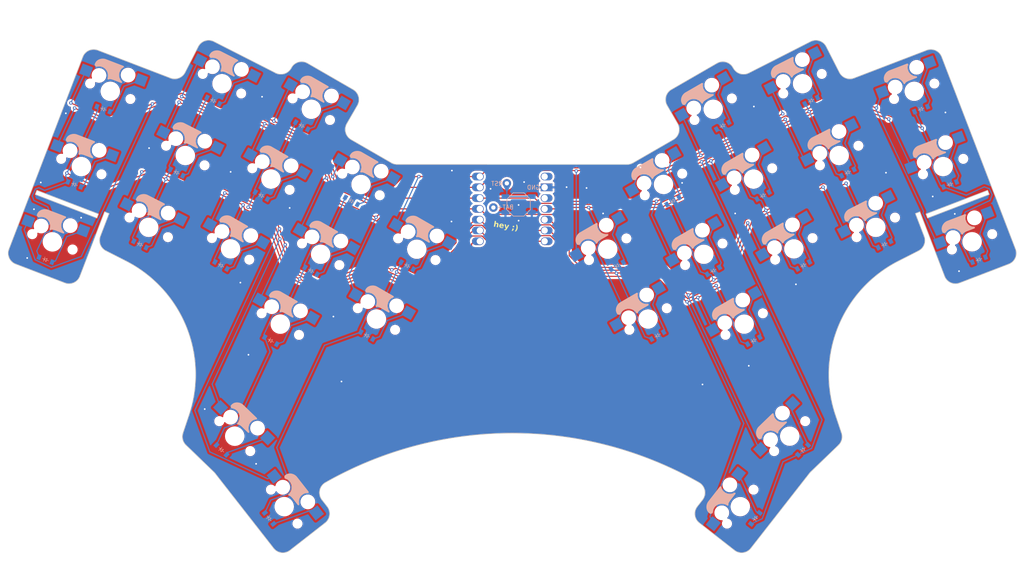
<source format=kicad_pcb>
(kicad_pcb (version 20241229) (generator "pcbnew") (generator_version "9.0")
  (title_block (title "metasepia_v7") (rev "v1.0.0") (company "Unknown"))
  (layers (0 "F.Cu" signal) (2 "B.Cu" signal) (13 "F.Paste" user) (15 "B.Paste" user) (5 "F.SilkS" user "F.Silkscreen") (7 "B.SilkS" user "B.Silkscreen") (1 "F.Mask" user) (3 "B.Mask" user) (25 "Edge.Cuts" user))
  (net 0 "")
  (net 1 "P0")
  (net 2 "pinky_bottom")
  (net 3 "GND")
  (net 4 "P2")
  (net 5 "pinky_home")
  (net 6 "pinky_top")
  (net 7 "P4")
  (net 8 "ring_bottom")
  (net 9 "P3")
  (net 10 "ring_home")
  (net 11 "P1")
  (net 12 "ring_top")
  (net 13 "P5")
  (net 14 "middle_bottom")
  (net 15 "middle_home")
  (net 16 "middle_top")
  (net 17 "index_bottom")
  (net 18 "index_home")
  (net 19 "index_top")
  (net 20 "inner_home")
  (net 21 "inner_top")
  (net 22 "mirror_pinky_bottom")
  (net 23 "mirror_pinky_home")
  (net 24 "mirror_pinky_top")
  (net 25 "mirror_ring_bottom")
  (net 26 "mirror_ring_home")
  (net 27 "mirror_ring_top")
  (net 28 "mirror_middle_bottom")
  (net 29 "mirror_middle_home")
  (net 30 "mirror_middle_top")
  (net 31 "mirror_index_bottom")
  (net 32 "mirror_index_home")
  (net 33 "mirror_index_top")
  (net 34 "mirror_inner_home")
  (net 35 "mirror_inner_top")
  (net 36 "tucky_default")
  (net 37 "reachy_default")
  (net 38 "mirror_tucky_default")
  (net 39 "mirror_reachy_default")
  (net 40 "P6")
  (net 41 "P7")
  (net 42 "P8")
  (net 43 "P10")
  (net 44 "P9")
  (net 45 "RAW5V")
  (net 46 "RAW3V3")
  (net 47 "RST")
  (net 48 "BAT_POS")
  (footprint "E73:SW_TACT_ALPS_SKQGABE010" (layer "F.Cu") (at 220.806105 122.777001)
    (property "Reference" "B1" (hide yes))
    (property "Value" "" (hide yes))
  )
  (footprint "frequent:xiao-pogo" (layer "F.Cu") (at 219.306106 123.826999)
    (property "Reference" "MCU1" (hide yes))
    (property "Value" "xiao-ble" (hide yes))
  )
  (footprint "ceoloide:diode_tht_sod123" (layer "B.Cu") (at 287.867312 137.146768 30)
    (property "Reference" "D21" (hide yes))
    (property "Value" "")
  )
  (footprint "ceoloide:switch_mx" (layer "B.Cu") (at 251.283347 149.781483 30)
    (property "Reference" "S27" (hide yes))
    (property "Value" "")
  )
  (footprint "ceoloide:switch_mx" (layer "B.Cu") (at 254.912827 118.067931 30)
    (property "Reference" "S26" (hide yes))
    (property "Value" "")
  )
  (footprint "ceoloide:switch_mx" (layer "B.Cu") (at 285.617311 133.249656 30)
    (property "Reference" "S21" (hide yes))
    (property "Value" "")
  )
  (footprint "ceoloide:diode_tht_sod123" (layer "B.Cu") (at 131.666591 132.191234 -27)
    (property "Reference" "D4" (hide yes))
    (property "Value" "")
  )
  (footprint "ceoloide:switch_mx" (layer "B.Cu") (at 174.199382 134.522411 -30)
    (property "Reference" "S11" (hide yes))
    (property "Value" "")
  )
  (footprint "ceoloide:switch_mx" (layer "B.Cu") (at 296.276841 111.25258 27)
    (property "Reference" "S19" (hide yes))
    (property "Value" "")
  )
  (footprint "ceoloide:switch_mx" (layer "B.Cu") (at 264.412828 134.522413 30)
    (property "Reference" "S25" (hide yes))
    (property "Value" "")
  )
  (footprint "ceoloide:switch_mx" (layer "B.Cu") (at 183.699381 118.067931 -30)
    (property "Reference" "S12" (hide yes))
    (property "Value" "")
  )
  (footprint "ceoloide:switch_mx" (layer "B.Cu") (at 150.961188 94.32346 -27)
    (property "Reference" "S6" (hide yes))
    (property "Value" "")
  )
  (footprint "ceoloide:diode_tht_sod123" (layer "B.Cu") (at 276.162828 154.87401 30)
    (property "Reference" "D24" (hide yes))
    (property "Value" "")
  )
  (footprint "ceoloide:diode_tht_sod123" (layer "B.Cu") (at 109.429059 135.790677 -21)
    (property "Reference" "D1" (hide yes))
    (property "Value" "")
  )
  (footprint "ceoloide:diode_tht_sod123" (layer "B.Cu") (at 266.66283 138.419529 30)
    (property "Reference" "D25" (hide yes))
    (property "Value" "")
  )
  (footprint "ceoloide:switch_mx" (layer "B.Cu") (at 313.952513 96.11351 21)
    (property "Reference" "S17" (hide yes))
    (property "Value" "")
  )
  (footprint "ceoloide:diode_tht_sod123" (layer "B.Cu") (at 298.319799 115.26211 27)
    (property "Reference" "D19" (hide yes))
    (property "Value" "")
  )
  (footprint "ceoloide:switch_mx" (layer "B.Cu") (at 304.90266 128.181707 27)
    (property "Reference" "S18" (hide yes))
    (property "Value" "")
  )
  (footprint "ceoloide:diode_tht_sod123" (layer "B.Cu") (at 276.543476 196.764787 52)
    (property "Reference" "D32" (hide yes))
    (property "Value" "")
  )
  (footprint "ceoloide:switch_mx" (layer "B.Cu") (at 152.994898 133.249654 -30)
    (property "Reference" "S7" (hide yes))
    (property "Value" "")
  )
  (footprint "ceoloide:switch_mx" (layer "B.Cu") (at 133.70955 128.181706 -27)
    (property "Reference" "S4" (hide yes))
    (property "Value" "")
  )
  (footprint "ceoloide:diode_tht_sod123" (layer "B.Cu") (at 278.367312 120.692286 30)
    (property "Reference" "D22" (hide yes))
    (property "Value" "")
  )
  (footprint "ceoloide:diode_tht_sod123" (layer "B.Cu") (at 162.068737 196.764788 -52)
    (property "Reference" "D30" (hide yes))
    (property "Value" "")
  )
  (footprint "ceoloide:diode_tht_sod123" (layer "B.Cu") (at 123.047041 100.314623 -21)
    (property "Reference" "D3" (hide yes))
    (property "Value" "")
  )
  (footprint "ceoloide:switch_mx" (layer "B.Cu") (at 162.494899 116.795174 -30)
    (property "Reference" "S8" (hide yes))
    (property "Value" "")
  )
  (footprint "ceoloide:diode_tht_sod123" (layer "B.Cu") (at 253.533348 153.678597 30)
    (property "Reference" "D27" (hide yes))
    (property "Value" "")
  )
  (footprint "ceoloide:diode_tht_sod123" (layer "B.Cu") (at 140.292414 115.262111 -27)
    (property "Reference" "D5" (hide yes))
    (property "Value" "")
  )
  (footprint "ceoloide:diode_tht_sod123" (layer "B.Cu") (at 322.374159 118.052651 21)
    (property "Reference" "D16" (hide yes))
    (property "Value" "")
  )
  (footprint "ceoloide:switch_mx" (layer "B.Cu") (at 327.570494 131.589566 21)
    (property "Reference" "S15" (hide yes))
    (property "Value" "")
  )
  (footprint "ceoloide:diode_tht_sod123" (layer "B.Cu") (at 185.078865 153.678598 -30)
    (property "Reference" "D13" (hide yes))
    (property "Value" "")
  )
  (footprint "ceoloide:diode_tht_sod123" (layer "B.Cu") (at 169.744899 104.237804 -30)
    (property "Reference" "D9" (hide yes))
    (property "Value" "")
  )
  (footprint "ceoloide:switch_mx" (layer "B.Cu") (at 196.828864 133.327 -30)
    (property "Reference" "S14" (hide yes))
    (property "Value" "")
  )
  (footprint "ceoloide:switch_mx" (layer "B.Cu") (at 284.636639 177.383214 44)
    (property "Reference" "S31" (hide yes))
    (property "Value" "")
  )
  (footprint "ceoloide:switch_mx" (layer "B.Cu") (at 117.850708 113.85154 -21)
    (property "Reference" "S2" (hide yes))
    (property "Value" "")
  )
  (footprint "ceoloide:switch_mx" (layer "B.Cu") (at 171.994899 100.340692 -30)
    (property "Reference" "S9" (hide yes))
    (property "Value" "")
  )
  (footprint "ceoloide:switch_mx" (layer "B.Cu") (at 124.659698 96.113512 -21)
    (property "Reference" "S3" (hide yes))
    (property "Value" "")
  )
  (footprint "ceoloide:diode_tht_sod123" (layer "B.Cu") (at 150.744899 137.146769 -30)
    (property "Reference" "D7" (hide yes))
    (property "Value" "")
  )
  (footprint "ceoloide:diode_tht_sod123" (layer "B.Cu") (at 148.918232 98.332989 -27)
    (property "Reference" "D6" (hide yes))
    (property "Value" "")
  )
  (footprint "ceoloide:diode_tht_sod123" (layer "B.Cu") (at 289.693979 98.332986 27)
    (property "Reference" "D20" (hide yes))
    (property "Value" "")
  )
  (footprint "ceoloide:diode_tht_sod123" (layer "B.Cu") (at 315.565171 100.314623 21)
    (property "Reference" "D17" (hide yes))
    (property "Value" "")
  )
  (footprint "ceoloide:switch_mx" (layer "B.Cu") (at 241.783346 133.327 30)
    (property "Reference" "S28" (hide yes))
    (property "Value" "")
  )
  (footprint "ceoloide:switch_mx" (layer "B.Cu") (at 187.328863 149.781483 -30)
    (property "Reference" "S13" (hide yes))
    (property "Value" "")
  )
  (footprint "ceoloide:switch_mx" (layer "B.Cu") (at 165.614784 193.994309 -52)
    (property "Reference" "S30" (hide yes))
    (property "Value" "")
  )
  (footprint "ceoloide:switch_mx" (layer "B.Cu") (at 272.997427 193.994307 52)
    (property "Reference" "S32" (hide yes))
    (property "Value" "")
  )
  (footprint "ceoloide:switch_mx" (layer "B.Cu") (at 276.117315 116.795175 30)
    (property "Reference" "S22" (hide yes))
    (property "Value" "")
  )
  (footprint "ceoloide:switch_mx" (layer "B.Cu") (at 273.912829 150.976896 30)
    (property "Reference" "S24" (hide yes))
    (property "Value" "")
  )
  (footprint "ceoloide:diode_tht_sod123" (layer "B.Cu") (at 160.244901 120.692286 -30)
    (property "Reference" "D8" (hide yes))
    (property "Value" "")
  )
  (footprint "ceoloide:diode_tht_sod123" (layer "B.Cu") (at 194.578864 137.224115 -30)
    (property "Reference" "D14" (hide yes))
    (property "Value" "")
  )
  (footprint "ceoloide:diode_tht_sod123" (layer "B.Cu") (at 257.162829 121.965046 30)
    (property "Reference" "D26" (hide yes))
    (property "Value" "")
  )
  (footprint "ceoloide:diode_tht_sod123" (layer "B.Cu") (at 171.94938 138.419527 -30)
    (property "Reference" "D11" (hide yes))
    (property "Value" "")
  )
  (footprint "ceoloide:switch_mx" (layer "B.Cu") (at 153.975572 177.383215 -44)
    (property "Reference" "S29" (hide yes))
    (property "Value" "")
  )
  (footprint "ceoloide:diode_tht_sod123" (layer "B.Cu") (at 287.762603 180.620245 44)
    (property "Reference" "D31" (hide yes))
    (property "Value" "")
  )
  (footprint "ceoloide:diode_tht_sod123" (layer "B.Cu") (at 116.23805 118.052651 -21)
    (property "Reference" "D2" (hide yes))
    (property "Value" "")
  )
  (footprint "ceoloide:diode_tht_sod123" (layer "B.Cu") (at 329.183152 135.790677 21)
    (property "Reference" "D15" (hide yes))
    (property "Value" "")
  )
  (footprint "ceoloide:diode_tht_sod123" (layer "B.Cu") (at 268.867311 104.237807 30)
    (property "Reference" "D23" (hide yes))
    (property "Value" "")
  )
  (footprint "ceoloide:diode_tht_sod123" (layer "B.Cu") (at 150.849609 180.620246 -44)
    (property "Reference" "D29" (hide yes))
    (property "Value" "")
  )
  (footprint "ceoloide:switch_mx" (layer "B.Cu") (at 320.761503 113.851538 21)
    (property "Reference" "S16" (hide yes))
    (property "Value" "")
  )
  (footprint "ceoloide:switch_mx" (layer "B.Cu") (at 266.617309 100.340689 30)
    (property "Reference" "S23" (hide yes))
    (property "Value" "")
  )
  (footprint "ceoloide:diode_tht_sod123" (layer "B.Cu") (at 181.44938 121.965047 -30)
    (property "Reference" "D12" (hide yes))
    (property "Value" "")
  )
  (footprint "ceoloide:diode_tht_sod123" (layer "B.Cu") (at 162.449382 154.874009 -30)
    (property "Reference" "D10" (hide yes))
    (property "Value" "")
  )
  (footprint "ceoloide:switch_mx" (layer "B.Cu") (at 164.699381 150.976897 -30)
    (property "Reference" "S10" (hide yes))
    (property "Value" "")
  )
  (footprint "ceoloide:diode_tht_sod123" (layer "B.Cu") (at 306.945618 132.191236 27)
    (property "Reference" "D18" (hide yes))
    (property "Value" "")
  )
  (footprint "ceoloide:diode_tht_sod123" (layer "B.Cu") (at 244.033348 137.224114 30)
    (property "Reference" "D28" (hide yes))
    (property "Value" "")
  )
  (footprint "ceoloide:switch_mx" (layer "B.Cu") (at 287.651022 94.323457 27)
    (property "Reference" "S20" (hide yes))
    (property "Value" "")
  )
  (footprint "ceoloide:switch_mx" (layer "B.Cu") (at 142.33537 111.25258 -27)
    (property "Reference" "S5" (hide yes))
    (property "Value" "")
  )
  (footprint "ceoloide:switch_mx" (layer "B.Cu") (at 111.041716 131.589568 -21)
    (property "Reference" "S1" (hide yes))
    (property "Value" "")
  )
  (gr_arc (start 145.370133 85.582457) (mid 146.970603 84.215525) (end 149.068874 84.380664) (stroke (width 0.15)) (layer "Edge.Cuts"))
  (gr_line (start 324.649241 141.28009) (end 336.225637 136.836328) (stroke (width 0.15)) (layer "Edge.Cuts"))
  (gr_line (start 121.502278 125.964693) (end 121.860645 125.031114) (stroke (width 0.15)) (layer "Edge.Cuts"))
  (gr_arc (start 337.807471 133.283469) (mid 337.752375 135.387508) (end 336.225637 136.836328) (stroke (width 0.15)) (layer "Edge.Cuts"))
  (gr_arc (start 175.735968 193.954683) (mid 176.298443 195.982892) (end 175.26201 197.814782) (stroke (width 0.15)) (layer "Edge.Cuts"))
  (gr_line (start 293.24208 85.582458) (end 296.342108 91.666605) (stroke (width 0.15)) (layer "Edge.Cuts"))
  (gr_line (start 262.876238 193.954683) (end 264.092746 192.397625) (stroke (width 0.15)) (layer "Edge.Cuts"))
  (gr_line (start 167.223031 90.705801) (end 167.343969 90.496332) (stroke (width 0.15)) (layer "Edge.Cuts"))
  (gr_arc (start 299.777887 92.98548) (mid 297.806864 92.985479) (end 296.342108 91.666605) (stroke (width 0.15)) (layer "Edge.Cuts"))
  (gr_line (start 142.47414 179.482964) (end 149.06026 185.843106) (stroke (width 0.15)) (layer "Edge.Cuts"))
  (gr_arc (start 255.766384 99.446333) (mid 255.491659 97.35958) (end 256.772955 95.689763) (stroke (width 0.15)) (layer "Edge.Cuts"))
  (gr_line (start 121.860645 125.031114) (end 107.390146 119.476408) (stroke (width 0.15)) (layer "Edge.Cuts"))
  (gr_arc (start 174.519463 192.397626) (mid 173.988804 190.170719) (end 175.327607 188.313756) (stroke (width 0.15)) (layer "Edge.Cuts"))
  (gr_arc (start 295.410789 172.37411) (mid 296.093884 151.495125) (end 310.240535 136.124022) (stroke (width 0.15)) (layer "Edge.Cuts"))
  (gr_arc (start 123.631062 133.708558) (mid 122.31219 132.243802) (end 122.31219 130.27278) (stroke (width 0.15)) (layer "Edge.Cuts"))
  (gr_arc (start 149.060259 185.843109) (mid 149.1936 185.981184) (end 149.316979 186.128225) (stroke (width 0.15)) (layer "Edge.Cuts"))
  (gr_line (start 289.55195 185.84311) (end 296.138072 179.482966) (stroke (width 0.15)) (layer "Edge.Cuts"))
  (gr_arc (start 289.295232 186.128223) (mid 289.418615 185.981184) (end 289.55195 185.84311) (stroke (width 0.15)) (layer "Edge.Cuts"))
  (gr_line (start 142.270105 91.666606) (end 145.370133 85.582457) (stroke (width 0.15)) (layer "Edge.Cuts"))
  (gr_line (start 102.386574 136.836328) (end 113.962973 141.280092) (stroke (width 0.15)) (layer "Edge.Cuts"))
  (gr_arc (start 258.241385 103.73316) (mid 258.51611 105.819912) (end 257.234815 107.489728) (stroke (width 0.15)) (layer "Edge.Cuts"))
  (gr_arc (start 192.22471 113.327003) (mid 191.512958 113.233296) (end 190.849708 112.958572) (stroke (width 0.15)) (layer "Edge.Cuts"))
  (gr_line (start 149.068874 84.380664) (end 163.592988 91.781072) (stroke (width 0.15)) (layer "Edge.Cuts"))
  (gr_arc (start 275.019221 91.78107) (mid 272.989705 91.967556) (end 271.389178 90.705802) (stroke (width 0.15)) (layer "Edge.Cuts"))
  (gr_line (start 166.987897 204.279229) (end 175.26201 197.814782) (stroke (width 0.15)) (layer "Edge.Cuts"))
  (gr_line (start 143.201421 172.374111) (end 141.776583 176.632127) (stroke (width 0.15)) (layer "Edge.Cuts"))
  (gr_arc (start 118.185584 88.004821) (mid 119.634405 86.47808) (end 121.738443 86.422985) (stroke (width 0.15)) (layer "Edge.Cuts"))
  (gr_line (start 315.272904 124.527574) (end 314.245966 124.921782) (stroke (width 0.15)) (layer "Edge.Cuts"))
  (gr_arc (start 142.474138 179.482966) (mid 141.71325 178.158383) (end 141.776583 176.632127) (stroke (width 0.15)) (layer "Edge.Cuts"))
  (gr_arc (start 324.649241 141.28009) (mid 322.5452 141.224999) (end 321.096385 139.698255) (stroke (width 0.15)) (layer "Edge.Cuts"))
  (gr_arc (start 316.30002 130.272778) (mid 316.300018 132.243803) (end 314.981149 133.70856) (stroke (width 0.15)) (layer "Edge.Cuts"))
  (gr_line (start 107.031778 120.409991) (end 121.502278 125.964693) (stroke (width 0.15)) (layer "Edge.Cuts"))
  (gr_arc (start 296.835632 176.632125) (mid 296.898962 178.158381) (end 296.138072 179.482966) (stroke (width 0.15)) (layer "Edge.Cuts"))
  (gr_arc (start 247.762504 112.95857) (mid 247.099255 113.233294) (end 246.387503 113.327) (stroke (width 0.15)) (layer "Edge.Cuts"))
  (gr_arc (start 263.350197 197.814782) (mid 262.313766 195.982895) (end 262.876238 193.954683) (stroke (width 0.15)) (layer "Edge.Cuts"))
  (gr_arc (start 275.48441 203.805265) (mid 273.652521 204.841698) (end 271.624314 204.279229) (stroke (width 0.15)) (layer "Edge.Cuts"))
  (gr_arc (start 142.270105 91.666606) (mid 140.805348 92.98548) (end 138.834323 92.98548) (stroke (width 0.15)) (layer "Edge.Cuts"))
  (gr_line (start 331.222065 119.476411) (end 316.751568 125.031114) (stroke (width 0.15)) (layer "Edge.Cuts"))
  (gr_arc (start 128.371676 136.124024) (mid 142.518329 151.495126) (end 143.201421 172.374111) (stroke (width 0.15)) (layer "Edge.Cuts"))
  (gr_line (start 117.515828 139.698257) (end 123.339308 124.527574) (stroke (width 0.15)) (layer "Edge.Cuts"))
  (gr_arc (start 263.284604 188.313757) (mid 264.623405 190.170721) (end 264.092746 192.397625) (stroke (width 0.15)) (layer "Edge.Cuts"))
  (gr_line (start 255.766384 99.446333) (end 258.241385 103.73316) (stroke (width 0.15)) (layer "Edge.Cuts"))
  (gr_line (start 124.366249 124.921782) (end 123.339308 124.527574) (stroke (width 0.15)) (layer "Edge.Cuts"))
  (gr_line (start 275.48441 203.805265) (end 289.295232 186.128223) (stroke (width 0.15)) (layer "Edge.Cuts"))
  (gr_arc (start 289.543338 84.380664) (mid 291.641606 84.215527) (end 293.24208 85.582458) (stroke (width 0.15)) (layer "Edge.Cuts"))
  (gr_line (start 317.109935 125.964694) (end 331.580435 120.409992) (stroke (width 0.15)) (layer "Edge.Cuts"))
  (gr_line (start 316.751568 125.031114) (end 317.109935 125.964694) (stroke (width 0.15)) (layer "Edge.Cuts"))
  (gr_line (start 100.804739 133.28347) (end 118.185584 88.004821) (stroke (width 0.15)) (layer "Edge.Cuts"))
  (gr_arc (start 175.327605 188.313755) (mid 219.306105 176.688762) (end 263.284605 188.313756) (stroke (width 0.15)) (layer "Edge.Cuts"))
  (gr_line (start 331.580435 120.409992) (end 331.222065 119.476411) (stroke (width 0.15)) (layer "Edge.Cuts"))
  (gr_line (start 263.350201 197.81478) (end 271.624314 204.279229) (stroke (width 0.15)) (layer "Edge.Cuts"))
  (gr_line (start 256.772955 95.689763) (end 267.511671 89.489762) (stroke (width 0.15)) (layer "Edge.Cuts"))
  (gr_line (start 275.019221 91.78107) (end 289.543338 84.380664) (stroke (width 0.15)) (layer "Edge.Cuts"))
  (gr_line (start 271.26824 90.496333) (end 271.389178 90.705802) (stroke (width 0.15)) (layer "Edge.Cuts"))
  (gr_arc (start 166.987897 204.279229) (mid 164.95969 204.8417) (end 163.1278 203.805268) (stroke (width 0.15)) (layer "Edge.Cuts"))
  (gr_line (start 315.272904 124.527574) (end 321.096385 139.698255) (stroke (width 0.15)) (layer "Edge.Cuts"))
  (gr_line (start 149.316979 186.128225) (end 163.1278 203.805268) (stroke (width 0.15)) (layer "Edge.Cuts"))
  (gr_line (start 107.390146 119.476408) (end 107.031778 120.409991) (stroke (width 0.15)) (layer "Edge.Cuts"))
  (gr_line (start 122.312189 130.272779) (end 124.366249 124.921782) (stroke (width 0.15)) (layer "Edge.Cuts"))
  (gr_arc (start 267.511671 89.489762) (mid 269.598419 89.215035) (end 271.26824 90.496333) (stroke (width 0.15)) (layer "Edge.Cuts"))
  (gr_line (start 121.738443 86.422985) (end 138.834323 92.98548) (stroke (width 0.15)) (layer "Edge.Cuts"))
  (gr_line (start 171.10054 89.489764) (end 181.839256 95.689761) (stroke (width 0.15)) (layer "Edge.Cuts"))
  (gr_arc (start 181.377396 107.489728) (mid 180.096099 105.819911) (end 180.370827 103.733157) (stroke (width 0.15)) (layer "Edge.Cuts"))
  (gr_arc (start 316.873767 86.422985) (mid 318.977807 86.478083) (end 320.426628 88.00482) (stroke (width 0.15)) (layer "Edge.Cuts"))
  (gr_line (start 174.519466 192.397623) (end 175.735972 193.954684) (stroke (width 0.15)) (layer "Edge.Cuts"))
  (gr_line (start 180.370827 103.733157) (end 182.845825 99.446332) (stroke (width 0.15)) (layer "Edge.Cuts"))
  (gr_line (start 247.762503 112.958569) (end 257.234815 107.489728) (stroke (width 0.15)) (layer "Edge.Cuts"))
  (gr_line (start 181.377396 107.489728) (end 190.849706 112.958571) (stroke (width 0.15)) (layer "Edge.Cuts"))
  (gr_line (start 246.387503 113.327) (end 192.22471 113.327003) (stroke (width 0.15)) (layer "Edge.Cuts"))
  (gr_line (start 296.835625 176.632127) (end 295.410789 172.37411) (stroke (width 0.15)) (layer "Edge.Cuts"))
  (gr_line (start 310.240535 136.124022) (end 314.981149 133.70856) (stroke (width 0.15)) (layer "Edge.Cuts"))
  (gr_arc (start 167.343969 90.496332) (mid 169.013788 89.215037) (end 171.10054 89.489764) (stroke (width 0.15)) (layer "Edge.Cuts"))
  (gr_line (start 299.777887 92.98548) (end 316.873769 86.422983) (stroke (width 0.15)) (layer "Edge.Cuts"))
  (gr_arc (start 181.839256 95.689761) (mid 183.120552 97.359578) (end 182.845825 99.446332) (stroke (width 0.15)) (layer "Edge.Cuts"))
  (gr_arc (start 117.515828 139.698257) (mid 116.067008 141.224995) (end 113.962973 141.280092) (stroke (width 0.15)) (layer "Edge.Cuts"))
  (gr_line (start 314.245966 124.921782) (end 316.30002 130.272778) (stroke (width 0.15)) (layer "Edge.Cuts"))
  (gr_arc (start 102.386574 136.836328) (mid 100.859835 135.387508) (end 100.804739 133.28347) (stroke (width 0.15)) (layer "Edge.Cuts"))
  (gr_line (start 123.631062 133.708558) (end 128.371679 136.124024) (stroke (width 0.15)) (layer "Edge.Cuts"))
  (gr_arc (start 167.223031 90.705801) (mid 165.622504 91.967557) (end 163.592988 91.781072) (stroke (width 0.15)) (layer "Edge.Cuts"))
  (gr_line (start 320.426628 88.00482) (end 337.807471 133.283469) (stroke (width 0.15)) (layer "Edge.Cuts"))
  (segment (start 163.156872 103.141679) (end 154.909471 99.295853) (width 0.25) (layer "F.Cu") (net 1))
  (segment (start 134.592783 99.090402) (end 124.094268 102.911548) (width 0.25) (layer "F.Cu") (net 1))
  (segment (start 163.156872 103.141679) (end 175.052439 108.688673) (width 0.25) (layer "F.Cu") (net 1))
  (segment (start 213.733464 114.159638) (end 239.046525 114.15964) (width 0.25) (layer "F.Cu") (net 1))
  (segment (start 253.944021 114.95964) (end 282.985829 101.417222) (width 0.25) (layer "F.Cu") (net 1))
  (segment (start 239.046525 114.15964) (end 251.946523 114.159639) (width 0.25) (layer "F.Cu") (net 1))
  (segment (start 211.686103 116.207002) (end 213.733464 114.159638) (width 0.25) (layer "F.Cu") (net 1))
  (segment (start 175.052439 108.688673) (end 178.668019 118.622396) (width 0.25) (layer "F.Cu") (net 1))
  (segment (start 251.946523 114.159639) (end 252.746526 114.959639) (width 0.25) (layer "F.Cu") (net 1))
  (segment (start 187.985655 122.967282) (end 194.745937 116.207) (width 0.25) (layer "F.Cu") (net 1))
  (segment (start 252.746526 114.959639) (end 253.944021 114.95964) (width 0.25) (layer "F.Cu") (net 1))
  (segment (start 124.094268 102.911548) (end 115.393712 98.854414) (width 0.25) (layer "F.Cu") (net 1))
  (segment (start 197.31475 116.207) (end 211.686103 116.207002) (width 0.25) (layer "F.Cu") (net 1))
  (segment (start 194.745937 116.207) (end 197.31475 116.207) (width 0.25) (layer "F.Cu") (net 1))
  (segment (start 141.503199 96.575215) (end 134.592783 99.090402) (width 0.25) (layer "F.Cu") (net 1))
  (segment (start 178.668019 118.622396) (end 187.985655 122.967282) (width 0.25) (layer "F.Cu") (net 1))
  (segment (start 150.656908 100.843662) (end 141.503199 96.575215) (width 0.25) (layer "F.Cu") (net 1))
  (segment (start 154.909471 99.295853) (end 150.656908 100.843662) (width 0.25) (layer "F.Cu") (net 1))
  (via (at 134.592783 99.090402) (size 0.8) (drill 0.4) (layers "F.Cu" "B.Cu") (net 1))
  (via (at 249.494527 114.053545) (size 0.8) (drill 0.4) (layers "F.Cu" "B.Cu") (net 1))
  (via (at 282.985829 101.417222) (size 0.8) (drill 0.4) (layers "F.Cu" "B.Cu") (net 1))
  (via (at 163.156872 103.141679) (size 0.8) (drill 0.4) (layers "F.Cu" "B.Cu") (net 1))
  (via (at 115.393712 98.854414) (size 0.8) (drill 0.4) (layers "F.Cu" "B.Cu") (net 1))
  (via (at 197.31475 116.207) (size 0.8) (drill 0.4) (layers "F.Cu" "B.Cu") (net 1))
  (segment (start 283.013268 101.341838) (end 282.985829 101.417222) (width 0.25) (layer "B.Cu") (net 1))
  (segment (start 105.337553 126.679235) (end 104.395582 128.699297) (width 0.25) (layer "B.Cu") (net 1))
  (segment (start 115.393712 98.854414) (end 115.39108 98.847179) (width 0.25) (layer "B.Cu") (net 1))
  (segment (start 104.395582 128.699297) (end 106.993365 135.836641) (width 0.25) (layer "B.Cu") (net 1))
  (segment (start 163.151823 103.127808) (end 163.156872 103.141679) (width 0.25) (layer "B.Cu") (net 1))
  (segment (start 106.993365 135.836641) (end 110.769823 137.597632) (width 0.25) (layer "B.Cu") (net 1))
  (segment (start 197.259199 116.227219) (end 197.31475 116.207) (width 0.25) (layer "B.Cu") (net 1))
  (segment (start 115.39108 98.847179) (end 118.955535 91.203181) (width 0.25) (layer "B.Cu") (net 1))
  (segment (start 247.507039 119.410728) (end 249.449203 114.074681) (width 0.25) (layer "B.Cu") (net 1))
  (segment (start 249.449203 114.074681) (end 249.494527 114.053545) (width 0.25) (layer "B.Cu") (net 1))
  (segment (start 280.185105 95.276823) (end 283.013268 101.341838) (width 0.25) (layer "B.Cu") (net 1))
  (segment (start 110.769823 137.597632) (end 117.835823 135.02582) (width 0.25) (layer "B.Cu") (net 1))
  (segment (start 167.12911 94.598486) (end 163.151823 103.127808) (width 0.25) (layer "B.Cu") (net 1))
  (segment (start 191.963075 127.584794) (end 197.259199 116.227219) (width 0.25) (layer "B.Cu") (net 1))
  (segment (start 117.835823 135.02582) (end 134.592783 99.090402) (width 0.25) (layer "B.Cu") (net 1))
  (segment (start 110.969468 136.381987) (end 111.758032 136.094974) (width 0.25) (layer "B.Cu") (net 2))
  (segment (start 111.758032 136.094974) (end 114.435553 130.353002) (width 0.25) (layer "B.Cu") (net 2))
  (segment (start 114.435553 130.353002) (end 118.316203 128.940565) (width 0.25) (layer "B.Cu") (net 2))
  (via (at 275 160.8) (size 0.8) (drill 0.4) (layers "F.Cu" "B.Cu") (net 3))
  (via (at 159 183.9) (size 0.8) (drill 0.4) (layers "F.Cu" "B.Cu") (net 3))
  (via (at 106.7 123.9) (size 0.8) (drill 0.4) (layers "F.Cu" "B.Cu") (net 3))
  (via (at 160.4 97.4) (size 0.8) (drill 0.4) (layers "F.Cu" "B.Cu") (net 3))
  (via (at 108.3 117.6) (size 0.8) (drill 0.4) (layers "F.Cu" "B.Cu") (net 3))
  (via (at 220.8 126.6) (size 0.8) (drill 0.4) (layers "F.Cu" "B.Cu") (net 3))
  (via (at 166.9 123.6) (size 0.8) (drill 0.4) (layers "F.Cu" "B.Cu") (net 3))
  (via (at 205 126.8) (size 0.8) (drill 0.4) (layers "F.Cu" "B.Cu") (net 3))
  (via (at 157.2 158.2) (size 0.8) (drill 0.4) (layers "F.Cu" "B.Cu") (net 3))
  (via (at 205.1 114.8) (size 0.8) (drill 0.4) (layers "F.Cu" "B.Cu") (net 3))
  (via (at 220.8 122.9) (size 0.8) (drill 0.4) (layers "F.Cu" "B.Cu") (net 3))
  (via (at 114.2 101.3) (size 0.8) (drill 0.4) (layers "F.Cu" "B.Cu") (net 3))
  (via (at 307.3 115.3) (size 0.8) (drill 0.4) (layers "F.Cu" "B.Cu") (net 3))
  (via (at 232.1 118.7) (size 0.8) (drill 0.4) (layers "F.Cu" "B.Cu") (net 3))
  (via (at 117.8 125.9) (size 0.8) (drill 0.4) (layers "F.Cu" "B.Cu") (net 3))
  (via (at 179.1 164.5) (size 0.8) (drill 0.4) (layers "F.Cu" "B.Cu") (net 3))
  (via (at 259.3 117.7) (size 0.8) (drill 0.4) (layers "F.Cu" "B.Cu") (net 3))
  (via (at 324.5 138.5) (size 0.8) (drill 0.4) (layers "F.Cu" "B.Cu") (net 3))
  (via (at 323.5 125) (size 0.8) (drill 0.4) (layers "F.Cu" "B.Cu") (net 3))
  (via (at 133.8 109.5) (size 0.8) (drill 0.4) (layers "F.Cu" "B.Cu") (net 3))
  (via (at 286.1 141.6) (size 0.8) (drill 0.4) (layers "F.Cu" "B.Cu") (net 3))
  (via (at 214.2 119.1) (size 0.8) (drill 0.4) (layers "F.Cu" "B.Cu") (net 3))
  (via (at 222.1 117.5) (size 0.8) (drill 0.4) (layers "F.Cu" "B.Cu") (net 3))
  (via (at 236.8 118.9) (size 0.8) (drill 0.4) (layers "F.Cu" "B.Cu") (net 3))
  (via (at 153 115.1) (size 0.8) (drill 0.4) (layers "F.Cu" "B.Cu") (net 3))
  (via (at 240.7 124.9) (size 0.8) (drill 0.4) (layers "F.Cu" "B.Cu") (net 3))
  (via (at 146.9 171) (size 0.8) (drill 0.4) (layers "F.Cu" "B.Cu") (net 3))
  (via (at 318.3 120.9) (size 0.8) (drill 0.4) (layers "F.Cu" "B.Cu") (net 3))
  (via (at 155.3 141.2) (size 0.8) (drill 0.4) (layers "F.Cu" "B.Cu") (net 3))
  (via (at 105.1 135.4) (size 0.8) (drill 0.4) (layers "F.Cu" "B.Cu") (net 3))
  (via (at 271.8 124.9) (size 0.8) (drill 0.4) (layers "F.Cu" "B.Cu") (net 3))
  (via (at 264.1 165.2) (size 0.8) (drill 0.4) (layers "F.Cu" "B.Cu") (net 3))
  (via (at 276.2 99.7) (size 0.8) (drill 0.4) (layers "F.Cu" "B.Cu") (net 3))
  (via (at 177.2 149.2) (size 0.8) (drill 0.4) (layers "F.Cu" "B.Cu") (net 3))
  (via (at 321.3 101.1) (size 0.8) (drill 0.4) (layers "F.Cu" "B.Cu") (net 3))
  (segment (start 217.706104 124.627001) (end 223.906105 124.627) (width 0.25) (layer "B.Cu") (net 3))
  (segment (start 225.812999 122.513) (end 231.193166 122.513) (width 0.25) (layer "F.Cu") (net 4))
  (segment (start 151.817299 101.964372) (end 150.587121 102.412119) (width 0.25) (layer "F.Cu") (net 4))
  (segment (start 140.505451 97.710959) (end 124.061321 103.696133) (width 0.25) (layer "F.Cu") (net 4))
  (segment (start 174.125203 110.380637) (end 173.895303 109.74899) (width 0.25) (layer "F.Cu") (net 4))
  (segment (start 124.061321 103.696133) (end 116.265514 100.06089) (width 0.25) (layer "F.Cu") (net 4))
  (segment (start 252.846524 122.05964) (end 253.246526 122.05964) (width 0.25) (layer "F.Cu") (net 4))
  (segment (start 191.769775 121.287001) (end 187.219418 125.837361) (width 0.25) (layer "F.Cu") (net 4))
  (segment (start 161.003352 103.737375) (end 154.841014 100.863829) (width 0.25) (layer "F.Cu") (net 4))
  (segment (start 253.246526 122.05964) (end 260.031885 118.895576) (width 0.25) (layer "F.Cu") (net 4))
  (segment (start 211.686104 121.287002) (end 224.587 121.287) (width 0.25) (layer "F.Cu") (net 4))
  (segment (start 262.300393 112.662897) (end 283.598626 102.731369) (width 0.25) (layer "F.Cu") (net 4))
  (segment (start 211.686104 121.287002) (end 191.769775 121.287001) (width 0.25) (layer "F.Cu") (net 4))
  (segment (start 140.936201 97.911821) (end 140.505451 97.710959) (width 0.25) (layer "F.Cu") (net 4))
  (segment (start 224.587 121.287) (end 225.812999 122.513) (width 0.25) (layer "F.Cu") (net 4))
  (segment (start 178.224326 121.642879) (end 174.125203 110.380637) (width 0.25) (layer "F.Cu") (net 4))
  (segment (start 260.031885 118.895576) (end 262.300393 112.662897) (width 0.25) (layer "F.Cu") (net 4))
  (segment (start 154.841014 100.863829) (end 151.817299 101.964372) (width 0.25) (layer "F.Cu") (net 4))
  (segment (start 173.895303 109.74899) (end 161.003352 103.737375) (width 0.25) (layer "F.Cu") (net 4))
  (segment (start 231.646525 122.05964) (end 252.846524 122.05964) (width 0.25) (layer "F.Cu") (net 4))
  (segment (start 150.587121 102.412119) (end 140.936201 97.911821) (width 0.25) (layer "F.Cu") (net 4))
  (segment (start 231.193166 122.513) (end 231.646525 122.05964) (width 0.25) (layer "F.Cu") (net 4))
  (segment (start 187.219418 125.837361) (end 178.224326 121.642879) (width 0.25) (layer "F.Cu") (net 4))
  (via (at 161.003352 103.737375) (size 0.8) (drill 0.4) (layers "F.Cu" "B.Cu") (net 4))
  (via (at 283.598626 102.731369) (size 0.8) (drill 0.4) (layers "F.Cu" "B.Cu") (net 4))
  (via (at 187.229984 125.814704) (size 0.8) (drill 0.4) (layers "F.Cu" "B.Cu") (net 4))
  (via (at 116.265514 100.06089) (size 0.8) (drill 0.4) (layers "F.Cu" "B.Cu") (net 4))
  (via (at 253.246525 122.03464) (size 0.8) (drill 0.4) (layers "F.Cu" "B.Cu") (net 4))
  (segment (start 116.265514 100.06089) (end 116.275155 100.087376) (width 0.25) (layer "B.Cu") (net 4))
  (segment (start 257.007039 135.865211) (end 252.067838 125.273057) (width 0.25) (layer "B.Cu") (net 4))
  (segment (start 287.854342 111.85778) (end 288.810923 112.205947) (width 0.25) (layer "B.Cu") (net 4))
  (segment (start 180.827356 139.54518) (end 187.229984 125.814704) (width 0.25) (layer "B.Cu") (net 4))
  (segment (start 116.275155 100.087376) (end 112.146545 108.941207) (width 0.25) (layer "B.Cu") (net 4))
  (segment (start 283.598626 102.731369) (end 287.854342 111.85778) (width 0.25) (layer "B.Cu") (net 4))
  (segment (start 182.463073 144.039278) (end 180.827356 139.54518) (width 0.25) (layer "B.Cu") (net 4))
  (segment (start 161.003352 103.737375) (end 161.019604 103.782029) (width 0.25) (layer "B.Cu") (net 4))
  (segment (start 161.019604 103.782029) (end 157.62911 111.052968) (width 0.25) (layer "B.Cu") (net 4))
  (segment (start 252.067838 125.273057) (end 253.246525 122.03464) (width 0.25) (layer "B.Cu") (net 4))
  (segment (start 118.397891 118.418501) (end 121.075417 112.676533) (width 0.25) (layer "B.Cu") (net 5))
  (segment (start 121.075417 112.676533) (end 125.125195 111.202534) (width 0.25) (layer "B.Cu") (net 5))
  (segment (start 117.778459 118.643956) (end 118.397891 118.418501) (width 0.25) (layer "B.Cu") (net 5))
  (segment (start 125.206882 100.680473) (end 127.884405 94.938507) (width 0.25) (layer "B.Cu") (net 6))
  (segment (start 127.884405 94.938507) (end 131.934186 93.464506) (width 0.25) (layer "B.Cu") (net 6))
  (segment (start 124.587451 100.905929) (end 125.206882 100.680473) (width 0.25) (layer "B.Cu") (net 6))
  (segment (start 134.314563 114.297618) (end 143.219314 118.449972) (width 0.25) (layer "F.Cu") (net 7))
  (segment (start 211.686103 126.367001) (end 212.912104 127.593) (width 0.25) (layer "F.Cu") (net 7))
  (segment (start 190.954711 138.177084) (end 187.234329 136.442242) (width 0.25) (layer "F.Cu") (net 7))
  (segment (start 164.499469 128.538578) (end 165.8538 132.259571) (width 0.25) (layer "F.Cu") (net 7))
  (segment (start 168.006218 138.173292) (end 174.350374 141.13162) (width 0.25) (layer "F.Cu") (net 7))
  (segment (start 228.295932 127.593) (end 231.996525 131.293594) (width 0.25) (layer "F.Cu") (net 7))
  (segment (start 132.072202 115.11377) (end 134.314563 114.297618) (width 0.25) (layer "F.Cu") (net 7))
  (segment (start 146.940307 117.095641) (end 163.072585 124.618246) (width 0.25) (layer "F.Cu") (net 7))
  (segment (start 260.810153 144.148574) (end 260.821285 144.11799) (width 0.25) (layer "F.Cu") (net 7))
  (segment (start 231.996525 131.293594) (end 231.996525 135.159028) (width 0.25) (layer "F.Cu") (net 7))
  (segment (start 260.821285 144.11799) (end 270.140253 139.772482) (width 0.25) (layer "F.Cu") (net 7))
  (segment (start 187.234329 136.442242) (end 174.350374 141.13162) (width 0.25) (layer "F.Cu") (net 7))
  (segment (start 143.219314 118.449972) (end 146.940307 117.095641) (width 0.25) (layer "F.Cu") (net 7))
  (segment (start 206.846525 132.123993) (end 206.846525 130.037448) (width 0.25) (layer "F.Cu") (net 7))
  (segment (start 163.072585 124.618246) (end 164.499469 128.538578) (width 0.25) (layer "F.Cu") (net 7))
  (segment (start 270.140253 139.772482) (end 274.742236 127.128638) (width 0.25) (layer "F.Cu") (net 7))
  (segment (start 231.996525 135.159028) (end 235.10979 138.272293) (width 0.25) (layer "F.Cu") (net 7))
  (segment (start 210.516971 126.367001) (end 211.686103 126.367001) (width 0.25) (layer "F.Cu") (net 7))
  (segment (start 191.91951 137.825927) (end 198.210879 140.75964) (width 0.25) (layer "F.Cu") (net 7))
  (segment (start 198.210879 140.75964) (end 206.846525 132.123993) (width 0.25) (layer "F.Cu") (net 7))
  (segment (start 254.933872 138.272292) (end 260.810153 144.148574) (width 0.25) (layer "F.Cu") (net 7))
  (segment (start 165.8538 132.259571) (end 168.006218 138.173292) (width 0.25) (layer "F.Cu") (net 7))
  (segment (start 212.912104 127.593) (end 228.295932 127.593) (width 0.25) (layer "F.Cu") (net 7))
  (segment (start 235.10979 138.272293) (end 254.933872 138.272292) (width 0.25) (layer "F.Cu") (net 7))
  (segment (start 190.954711 138.177084) (end 191.91951 137.825927) (width 0.25) (layer "F.Cu") (net 7))
  (segment (start 206.846525 130.037448) (end 210.516971 126.367001) (width 0.25) (layer "F.Cu") (net 7))
  (via (at 165.8538 132.259571) (size 0.8) (drill 0.4) (layers "F.Cu" "B.Cu") (net 7))
  (via (at 190.954711 138.177084) (size 0.8) (drill 0.4) (layers "F.Cu" "B.Cu") (net 7))
  (via (at 274.742236 127.128638) (size 0.8) (drill 0.4) (layers "F.Cu" "B.Cu") (net 7))
  (via (at 132.072202 115.11377) (size 0.8) (drill 0.4) (layers "F.Cu" "B.Cu") (net 7))
  (via (at 260.799589 144.125915) (size 0.8) (drill 0.4) (layers "F.Cu" "B.Cu") (net 7))
  (via (at 164.499469 128.538578) (size 0.8) (drill 0.4) (layers "F.Cu" "B.Cu") (net 7))
  (segment (start 163.254371 186.847474) (end 161.691954 187.416147) (width 0.25) (layer "B.Cu") (net 7))
  (segment (start 144.551888 171.316305) (end 164.499469 128.538578) (width 0.25) (layer "B.Cu") (net 7))
  (segment (start 277.775685 180.477746) (end 277.422742 180.349286) (width 0.25) (layer "B.Cu") (net 7))
  (segment (start 277.422742 180.349286) (end 260.68207 144.448795) (width 0.25) (layer "B.Cu") (net 7))
  (segment (start 161.691954 187.416147) (end 148.105895 181.080864) (width 0.25) (layer "B.Cu") (net 7))
  (segment (start 128.549904 122.702027) (end 132.079289 115.133238) (width 0.25) (layer "B.Cu") (net 7))
  (segment (start 165.867034 132.295932) (end 165.8538 132.259571) (width 0.25) (layer "B.Cu") (net 7))
  (segment (start 260.68207 144.448795) (end 260.799589 144.125915) (width 0.25) (layer "B.Cu") (net 7))
  (segment (start 159.833591 145.234692) (end 165.867034 132.295932) (width 0.25) (layer "B.Cu") (net 7))
  (segment (start 132.079289 115.133238) (end 132.072202 115.11377) (width 0.25) (layer "B.Cu") (net 7))
  (segment (start 274.737351 127.142062) (end 274.742236 127.128638) (width 0.25) (layer "B.Cu") (net 7))
  (segment (start 148.105895 181.080864) (end 144.551888 171.316305) (width 0.25) (layer "B.Cu") (net 7))
  (segment (start 278.211525 134.592453) (end 274.737351 127.142062) (width 0.25) (layer "B.Cu") (net 7))
  (segment (start 133.136754 132.940323) (end 134.409214 132.477184) (width 0.25) (layer "B.Cu") (net 8))
  (segment (start 136.48177 128.032572) (end 141.22108 126.307604) (width 0.25) (layer "B.Cu") (net 8))
  (segment (start 134.409214 132.477184) (end 136.48177 128.032572) (width 0.25) (layer "B.Cu") (net 8))
  (segment (start 237.296405 123.48464) (end 232.046833 123.48464) (width 0.25) (layer "F.Cu") (net 9))
  (segment (start 254.371524 123.484639) (end 237.296405 123.48464) (width 0.25) (layer "F.Cu") (net 9))
  (segment (start 213.000104 125.141001) (end 211.686103 123.826999) (width 0.25) (layer "F.Cu") (net 9))
  (segment (start 263.417014 113.742107) (end 260.995709 120.394591) (width 0.25) (layer "F.Cu") (net 9))
  (segment (start 173.316734 110.279148) (end 154.806785 101.647817) (width 0.25) (layer "F.Cu") (net 9))
  (segment (start 307.932946 102.645065) (end 296.272947 98.401173) (width 0.25) (layer "F.Cu") (net 9))
  (segment (start 266.085267 112.497881) (end 263.417014 113.742107) (width 0.25) (layer "F.Cu") (net 9))
  (segment (start 177.678979 122.160944) (end 175.635539 116.54664) (width 0.25) (layer "F.Cu") (net 9))
  (segment (start 232.046833 123.48464) (end 231.663128 123.868344) (width 0.25) (layer "F.Cu") (net 9))
  (segment (start 296.272947 98.401173) (end 266.094018 112.473841) (width 0.25) (layer "F.Cu") (net 9))
  (segment (start 260.99521 120.395965) (end 260.995709 120.394591) (width 0.25) (layer "F.Cu") (net 9))
  (segment (start 175.635539 116.54664) (end 175.590223 116.525508) (width 0.25) (layer "F.Cu") (net 9))
  (segment (start 190.255082 123.827001) (end 187.391919 126.690164) (width 0.25) (layer "F.Cu") (net 9))
  (segment (start 230.390471 125.141) (end 213.000104 125.141001) (width 0.25) (layer "F.Cu") (net 9))
  (segment (start 266.094018 112.473841) (end 266.085267 112.497881) (width 0.25) (layer "F.Cu") (net 9))
  (segment (start 150.552892 103.196108) (end 140.865172 98.678649) (width 0.25) (layer "F.Cu") (net 9))
  (segment (start 211.686103 123.826999) (end 190.255082 123.827001) (width 0.25) (layer "F.Cu") (net 9))
  (segment (start 254.371524 123.484639) (end 260.99521 120.395965) (width 0.25) (layer "F.Cu") (net 9))
  (segment (start 187.391919 126.690164) (end 177.678979 122.160944) (width 0.25) (layer "F.Cu") (net 9))
  (segment (start 231.663128 123.868344) (end 230.390471 125.141) (width 0.25) (layer "F.Cu") (net 9))
  (segment (start 154.806785 101.647817) (end 150.552892 103.196108) (width 0.25) (layer "F.Cu") (net 9))
  (segment (start 173.316734 110.279148) (end 175.590223 116.525508) (width 0.25) (layer "F.Cu") (net 9))
  (via (at 140.865172 98.678649) (size 0.8) (drill 0.4) (layers "F.Cu" "B.Cu") (net 9))
  (via (at 175.590223 116.525508) (size 0.8) (drill 0.4) (layers "F.Cu" "B.Cu") (net 9))
  (via (at 266.085267 112.497881) (size 0.8) (drill 0.4) (layers "F.Cu" "B.Cu") (net 9))
  (via (at 237.296405 123.48464) (size 0.8) (drill 0.4) (layers "F.Cu" "B.Cu") (net 9))
  (via (at 307.932946 102.645065) (size 0.8) (drill 0.4) (layers "F.Cu" "B.Cu") (net 9))
  (segment (start 268.711525 118.137972) (end 266.083618 112.502408) (width 0.25) (layer "B.Cu") (net 9))
  (segment (start 140.865172 98.678649) (end 137.635021 105.605731) (width 0.25) (layer "B.Cu") (net 9))
  (segment (start 307.932946 102.645065) (end 313.23683 114.019281) (width 0.25) (layer "B.Cu") (net 9))
  (segment (start 266.083618 112.502408) (end 266.085267 112.497881) (width 0.25) (layer "B.Cu") (net 9))
  (segment (start 137.635021 105.605731) (end 137.175724 105.772901) (width 0.25) (layer "B.Cu") (net 9))
  (segment (start 240.378382 130.09396) (end 237.296405 123.48464) (width 0.25) (layer "B.Cu") (net 9))
  (segment (start 245.424133 146.875099) (end 239.159962 133.44154) (width 0.25) (layer "B.Cu") (net 9))
  (segment (start 174.937222 116.763181) (end 175.590223 116.525508) (width 0.25) (layer "B.Cu") (net 9))
  (segment (start 243.877558 151.124278) (end 245.424133 146.875099) (width 0.25) (layer "B.Cu") (net 9))
  (segment (start 239.159962 133.44154) (end 240.378382 130.09396) (width 0.25) (layer "B.Cu") (net 9))
  (segment (start 169.333592 128.780206) (end 174.937222 116.763181) (width 0.25) (layer "B.Cu") (net 9))
  (segment (start 145.076414 111.114794) (end 149.846902 109.378482) (width 0.25) (layer "B.Cu") (net 10))
  (segment (start 141.762573 116.011194) (end 143.003855 115.559405) (width 0.25) (layer "B.Cu") (net 10))
  (segment (start 143.003855 115.559405) (end 145.076414 111.114794) (width 0.25) (layer "B.Cu") (net 10))
  (segment (start 296.201833 96.832229) (end 305.054543 100.054353) (width 0.25) (layer "F.Cu") (net 11))
  (segment (start 154.875242 100.079842) (end 152.831814 100.823589) (width 0.25) (layer "F.Cu") (net 11))
  (segment (start 188.627139 123.404333) (end 193.284469 118.747) (width 0.25) (layer "F.Cu") (net 11))
  (segment (start 168.37895 106.376725) (end 154.875242 100.079842) (width 0.25) (layer "F.Cu") (net 11))
  (segment (start 177.025334 116.228917) (end 174.47387 109.218832) (width 0.25) (layer "F.Cu") (net 11))
  (segment (start 211.686102 118.747001) (end 193.284469 118.747) (width 0.25) (layer "F.Cu") (net 11))
  (segment (start 284.591526 102.246207) (end 296.201833 96.832229) (width 0.25) (layer "F.Cu") (net 11))
  (segment (start 257.824979 113.949869) (end 254.688186 115.41258) (width 0.25) (layer "F.Cu") (net 11))
  (segment (start 257.824979 113.949869) (end 263.686352 111.216667) (width 0.25) (layer "F.Cu") (net 11))
  (segment (start 283.654752 101.905248) (end 284.591526 102.246207) (width 0.25) (layer "F.Cu") (net 11))
  (segment (start 263.686352 111.216667) (end 283.654752 101.905248) (width 0.25) (layer "F.Cu") (net 11))
  (segment (start 141.468969 97.359202) (end 141.467639 97.359687) (width 0.25) (layer "F.Cu") (net 11))
  (segment (start 178.08945 119.152554) (end 177.025334 116.228917) (width 0.25) (layer "F.Cu") (net 11))
  (segment (start 152.831814 100.823589) (end 150.622678 101.627648) (width 0.25) (layer "F.Cu") (net 11))
  (segment (start 251.927619 114.778544) (end 252.559714 115.41064) (width 0.25) (layer "F.Cu") (net 11))
  (segment (start 254.688186 115.41258) (end 254.682857 115.410639) (width 0.25) (layer "F.Cu") (net 11))
  (segment (start 150.622678 101.627648) (end 141.740585 97.485859) (width 0.25) (layer "F.Cu") (net 11))
  (segment (start 174.47387 109.218832) (end 168.37895 106.376725) (width 0.25) (layer "F.Cu") (net 11))
  (segment (start 188.175646 123.855825) (end 188.627139 123.404333) (width 0.25) (layer "F.Cu") (net 11))
  (segment (start 252.559714 115.41064) (end 254.682857 115.410639) (width 0.25) (layer "F.Cu") (net 11))
  (segment (start 215.65456 114.778545) (end 251.927619 114.778544) (width 0.25) (layer "F.Cu") (net 11))
  (segment (start 178.08945 119.152554) (end 188.175646 123.855825) (width 0.25) (layer "F.Cu") (net 11))
  (segment (start 211.686102 118.747001) (end 215.65456 114.778545) (width 0.25) (layer "F.Cu") (net 11))
  (segment (start 141.740585 97.485859) (end 141.468969 97.359202) (width 0.25) (layer "F.Cu") (net 11))
  (via (at 141.467639 97.359687) (size 0.8) (drill 0.4) (layers "F.Cu" "B.Cu") (net 11))
  (via (at 263.686352 111.216667) (size 0.8) (drill 0.4) (layers "F.Cu" "B.Cu") (net 11))
  (via (at 234.379968 114.88464) (size 0.8) (drill 0.4) (layers "F.Cu" "B.Cu") (net 11))
  (via (at 305.054543 100.054353) (size 0.8) (drill 0.4) (layers "F.Cu" "B.Cu") (net 11))
  (via (at 177.025334 116.228917) (size 0.8) (drill 0.4) (layers "F.Cu" "B.Cu") (net 11))
  (segment (start 145.801544 88.843779) (end 145.364495 89.002852) (width 0.25) (layer "B.Cu") (net 11))
  (segment (start 315.989131 124.868999) (end 316.156687 124.408639) (width 0.25) (layer "B.Cu") (net 11))
  (segment (start 320.045822 131.757309) (end 319.028551 131.387054) (width 0.25) (layer "B.Cu") (net 11))
  (segment (start 234.377556 134.669798) (end 234.377557 114.887052) (width 0.25) (layer "B.Cu") (net 11))
  (segment (start 145.364495 89.002852) (end 141.467639 97.359687) (width 0.25) (layer "B.Cu") (net 11))
  (segment (start 263.650898 111.203763) (end 263.686352 111.216667) (width 0.25) (layer "B.Cu") (net 11))
  (segment (start 304.943003 100.360813) (end 306.42784 96.281253) (width 0.25) (layer "B.Cu") (net 11))
  (segment (start 259.211521 101.683486) (end 263.650898 111.203763) (width 0.25) (layer "B.Cu") (net 11))
  (segment (start 141.740585 97.485859) (end 141.778032 97.472231) (width 0.25) (layer "B.Cu") (net 11))
  (segment (start 319.028551 131.387054) (end 315.989131 124.868999) (width 0.25) (layer "B.Cu") (net 11))
  (segment (start 178.833591 112.325726) (end 177.020146 116.214669) (width 0.25) (layer "B.Cu") (net 11))
  (segment (start 234.377557 114.887052) (end 234.379968 114.88464) (width 0.25) (layer "B.Cu") (net 11))
  (segment (start 316.156687 124.408639) (end 304.943003 100.360813) (width 0.25) (layer "B.Cu") (net 11))
  (segment (start 177.020146 116.214669) (end 177.025334 116.228917) (width 0.25) (layer "B.Cu") (net 11))
  (segment (start 151.62968 98.63028) (end 153.702235 94.185672) (width 0.25) (layer "B.Cu") (net 12))
  (segment (start 150.388393 99.082072) (end 151.62968 98.63028) (width 0.25) (layer "B.Cu") (net 12))
  (segment (start 153.702235 94.185672) (end 158.472723 92.449359) (width 0.25) (layer "B.Cu") (net 12))
  (segment (start 208.296525 130.723848) (end 208.296525 132.724606) (width 0.25) (layer "F.Cu") (net 13))
  (segment (start 198.506848 142.493152) (end 198.540071 142.48106) (width 0.25) (layer "F.Cu") (net 13))
  (segment (start 162.492736 125.147808) (end 151.618601 120.077115) (width 0.25) (layer "F.Cu") (net 13))
  (segment (start 275.805478 126.480956) (end 292.481543 118.70478) (width 0.25) (layer "F.Cu") (net 13))
  (segment (start 260.465148 145.854181) (end 260.250857 145.63989) (width 0.25) (layer "F.Cu") (net 13))
  (segment (start 264.912015 143.811451) (end 270.43508 141.236004) (width 0.25) (layer "F.Cu") (net 13))
  (segment (start 162.605346 125.4572) (end 162.492736 125.147808) (width 0.25) (layer "F.Cu") (net 13))
  (segment (start 234.510179 139.723293) (end 230.546524 135.759639) (width 0.25) (layer "F.Cu") (net 13))
  (segment (start 208.296525 132.724606) (end 198.540071 142.48106) (width 0.25) (layer "F.Cu") (net 13))
  (segment (start 230.546524 135.759639) (end 230.546525 132.383596) (width 0.25) (layer "F.Cu") (net 13))
  (segment (start 174.316146 141.915607) (end 168.334236 139.126197) (width 0.25) (layer "F.Cu") (net 13))
  (segment (start 292.481543 118.70478) (end 292.662526 118.620386) (width 0.25) (layer "F.Cu") (net 13))
  (segment (start 197.810252 142.168323) (end 198.506848 142.493152) (width 0.25) (layer "F.Cu") (net 13))
  (segment (start 264.908047 143.810008) (end 264.912015 143.811451) (width 0.25) (layer "F.Cu") (net 13))
  (segment (start 197.810252 142.168323) (end 197.803625 142.170734) (width 0.25) (layer "F.Cu") (net 13))
  (segment (start 211.686103 128.907001) (end 210.113374 128.907001) (width 0.25) (layer "F.Cu") (net 13))
  (segment (start 230.546525 132.383596) (end 228.295929 130.133) (width 0.25) (layer "F.Cu") (net 13))
  (segment (start 260.316982 145.706016) (end 260.468371 145.706016) (width 0.25) (layer "F.Cu") (net 13))
  (segment (start 187.2001 137.226231) (end 185.495533 137.846643) (width 0.25) (layer "F.Cu") (net 13))
  (segment (start 164.591155 130.913167) (end 162.605346 125.4572) (width 0.25) (layer "F.Cu") (net 13))
  (segment (start 167.426369 138.702852) (end 164.591155 130.913167) (width 0.25) (layer "F.Cu") (net 13))
  (segment (start 187.956565 137.578976) (end 187.2001 137.226231) (width 0.25) (layer "F.Cu") (net 13))
  (segment (start 260.250857 145.63989) (end 254.334261 139.723295) (width 0.25) (layer "F.Cu") (net 13))
  (segment (start 197.803625 142.170734) (end 187.956565 137.578976) (width 0.25) (layer "F.Cu") (net 13))
  (segment (start 263.004802 144.697505) (end 260.498371 145.866273) (width 0.25) (layer "F.Cu") (net 13))
  (segment (start 254.334261 139.723295) (end 234.510179 139.723293) (width 0.25) (layer "F.Cu") (net 13))
  (segment (start 228.295929 130.133) (end 212.912103 130.133) (width 0.25) (layer "F.Cu") (net 13))
  (segment (start 260.498371 145.866273) (end 260.465148 145.854181) (width 0.25) (layer "F.Cu") (net 13))
  (segment (start 210.113374 128.907001) (end 208.296525 130.723848) (width 0.25) (layer "F.Cu") (net 13))
  (segment (start 187.2001 137.226231) (end 174.316146 141.915607) (width 0.25) (layer "F.Cu") (net 13))
  (segment (start 212.912103 130.133) (end 211.686103 128.907001) (width 0.25) (layer "F.Cu") (net 13))
  (segment (start 260.250857 145.63989) (end 260.316982 145.706016) (width 0.25) (layer "F.Cu") (net 13))
  (segment (start 168.334236 139.126197) (end 167.426369 138.702852) (width 0.25) (layer "F.Cu") (net 13))
  (segment (start 264.908047 143.810008) (end 263.004802 144.697505) (width 0.25) (layer "F.Cu") (net 13))
  (segment (start 270.43508 141.236004) (end 275.805478 126.480956) (width 0.25) (layer "F.Cu") (net 13))
  (via (at 263.004802 144.697505) (size 0.8) (drill 0.4) (layers "F.Cu" "B.Cu") (net 13))
  (via (at 292.481543 118.70478) (size 0.8) (drill 0.4) (layers "F.Cu" "B.Cu") (net 13))
  (via (at 260.468371 145.706016) (size 0.8) (drill 0.4) (layers "F.Cu" "B.Cu") (net 13))
  (via (at 164.591155 130.913167) (size 0.8) (drill 0.4) (layers "F.Cu" "B.Cu") (net 13))
  (via (at 151.618601 120.077115) (size 0.8) (drill 0.4) (layers "F.Cu" "B.Cu") (net 13))
  (segment (start 262.981986 144.760189) (end 263.004802 144.697505) (width 0.25) (layer "B.Cu") (net 13))
  (segment (start 297.436742 129.135072) (end 292.591719 118.744882) (width 0.25) (layer "B.Cu") (net 13))
  (segment (start 266.633917 198.013583) (end 265.847317 196.326714) (width 0.25) (layer "B.Cu") (net 13))
  (segment (start 265.847317 196.326714) (end 273.837022 174.375178) (width 0.25) (layer "B.Cu") (net 13))
  (segment (start 266.507041 152.319693) (end 262.981986 144.760189) (width 0.25) (layer "B.Cu") (net 13))
  (segment (start 148.638081 165.124644) (end 164.591155 130.913167) (width 0.25) (layer "B.Cu") (net 13))
  (segment (start 273.837022 174.375178) (end 260.535111 145.849141) (width 0.25) (layer "B.Cu") (net 13))
  (segment (start 150.643482 170.634437) (end 148.638081 165.124644) (width 0.25) (layer "B.Cu") (net 13))
  (segment (start 151.618601 120.077115) (end 151.588887 120.08793) (width 0.25) (layer "B.Cu") (net 13))
  (segment (start 292.591719 118.744882) (end 292.481543 118.70478) (width 0.25) (layer "B.Cu") (net 13))
  (segment (start 151.588887 120.08793) (end 148.129107 127.50745) (width 0.25) (layer "B.Cu") (net 13))
  (segment (start 155.495765 133.626931) (end 160.594219 131.771247) (width 0.25) (layer "B.Cu") (net 14))
  (segment (start 153.734638 137.403685) (end 155.495765 133.626931) (width 0.25) (layer "B.Cu") (net 14))
  (segment (start 152.173843 137.971771) (end 153.734638 137.403685) (width 0.25) (layer "B.Cu") (net 14))
  (segment (start 163.234639 120.949204) (end 164.995767 117.17245) (width 0.25) (layer "B.Cu") (net 15))
  (segment (start 161.67384 121.517286) (end 163.234639 120.949204) (width 0.25) (layer "B.Cu") (net 15))
  (segment (start 164.995767 117.17245) (end 170.094216 115.316764) (width 0.25) (layer "B.Cu") (net 15))
  (segment (start 171.173841 105.062805) (end 172.734639 104.49472) (width 0.25) (layer "B.Cu") (net 16))
  (segment (start 172.734639 104.49472) (end 174.495767 100.717965) (width 0.25) (layer "B.Cu") (net 16))
  (segment (start 174.495767 100.717965) (end 179.594218 98.86228) (width 0.25) (layer "B.Cu") (net 16))
  (segment (start 167.200252 151.354169) (end 172.298702 149.498488) (width 0.25) (layer "B.Cu") (net 17))
  (segment (start 163.878325 155.699009) (end 165.439121 155.130925) (width 0.25) (layer "B.Cu") (net 17))
  (segment (start 165.439121 155.130925) (end 167.200252 151.354169) (width 0.25) (layer "B.Cu") (net 17))
  (segment (start 174.939121 138.676447) (end 176.70025 134.899687) (width 0.25) (layer "B.Cu") (net 18))
  (segment (start 176.70025 134.899687) (end 181.798701 133.044004) (width 0.25) (layer "B.Cu") (net 18))
  (segment (start 173.378326 139.244528) (end 174.939121 138.676447) (width 0.25) (layer "B.Cu") (net 18))
  (segment (start 182.878324 122.790046) (end 184.439122 122.221962) (width 0.25) (layer "B.Cu") (net 19))
  (segment (start 186.20025 118.445207) (end 191.298701 116.589522) (width 0.25) (layer "B.Cu") (net 19))
  (segment (start 184.439122 122.221962) (end 186.20025 118.445207) (width 0.25) (layer "B.Cu") (net 19))
  (segment (start 186.507805 154.503597) (end 188.068602 153.935515) (width 0.25) (layer "B.Cu") (net 20))
  (segment (start 189.829731 150.15876) (end 194.928184 148.303073) (width 0.25) (layer "B.Cu") (net 20))
  (segment (start 188.068602 153.935515) (end 189.829731 150.15876) (width 0.25) (layer "B.Cu") (net 20))
  (segment (start 197.568604 137.481029) (end 199.329733 133.704278) (width 0.25) (layer "B.Cu") (net 21))
  (segment (start 196.007805 138.049115) (end 197.568604 137.481029) (width 0.25) (layer "B.Cu") (net 21))
  (segment (start 199.329733 133.704278) (end 204.428183 131.848592) (width 0.25) (layer "B.Cu") (net 21))
  (segment (start 331.252677 133.745629) (end 329.38716 129.745014) (width 0.25) (layer "B.Cu") (net 22))
  (segment (start 329.38716 129.745014) (end 331.203962 124.753394) (width 0.25) (layer "B.Cu") (net 22))
  (segment (start 330.72356 135.19937) (end 331.252677 133.745629) (width 0.25) (layer "B.Cu") (net 22))
  (segment (start 322.57817 112.006986) (end 324.394969 107.015364) (width 0.25) (layer "B.Cu") (net 23))
  (segment (start 323.914567 117.461343) (end 324.443686 116.0076) (width 0.25) (layer "B.Cu") (net 23))
  (segment (start 324.443686 116.0076) (end 322.57817 112.006986) (width 0.25) (layer "B.Cu") (net 23))
  (segment (start 315.769177 94.268957) (end 317.585981 89.277336) (width 0.25) (layer "B.Cu") (net 24))
  (segment (start 317.634697 98.269573) (end 315.769177 94.268957) (width 0.25) (layer "B.Cu") (net 24))
  (segment (start 317.105579 99.723315) (end 317.634697 98.269573) (width 0.25) (layer "B.Cu") (net 24))
  (segment (start 308.715648 130.618274) (end 306.23684 125.302459) (width 0.25) (layer "B.Cu") (net 25))
  (segment (start 306.23684 125.302459) (end 307.801649 121.003181) (width 0.25) (layer "B.Cu") (net 25))
  (segment (start 308.415779 131.442151) (end 308.715648 130.618274) (width 0.25) (layer "B.Cu") (net 25))
  (segment (start 300.089827 113.689151) (end 297.611021 108.373331) (width 0.25) (layer "B.Cu") (net 26))
  (segment (start 299.78996 114.513029) (end 300.089827 113.689151) (width 0.25) (layer "B.Cu") (net 26))
  (segment (start 297.611021 108.373331) (end 299.175828 104.074056) (width 0.25) (layer "B.Cu") (net 26))
  (segment (start 288.985201 91.44421) (end 290.550012 87.144932) (width 0.25) (layer "B.Cu") (net 27))
  (segment (start 291.464006 96.760025) (end 288.985201 91.44421) (width 0.25) (layer "B.Cu") (net 27))
  (segment (start 291.164142 97.583903) (end 291.464006 96.760025) (width 0.25) (layer "B.Cu") (net 27))
  (segment (start 289.497168 135.769761) (end 286.721494 129.817309) (width 0.25) (layer "B.Cu") (net 28))
  (segment (start 289.296253 136.321771) (end 289.497168 135.769761) (width 0.25) (layer "B.Cu") (net 28))
  (segment (start 286.721494 129.817309) (end 288.136632 125.929247) (width 0.25) (layer "B.Cu") (net 28))
  (segment (start 279.796254 119.867287) (end 279.997167 119.31528) (width 0.25) (layer "B.Cu") (net 29))
  (segment (start 277.221495 113.362828) (end 278.636634 109.474765) (width 0.25) (layer "B.Cu") (net 29))
  (segment (start 279.997167 119.31528) (end 277.221495 113.362828) (width 0.25) (layer "B.Cu") (net 29))
  (segment (start 270.296251 103.412804) (end 270.497168 102.8608) (width 0.25) (layer "B.Cu") (net 30))
  (segment (start 267.721492 96.908341) (end 269.136632 93.02028) (width 0.25) (layer "B.Cu") (net 30))
  (segment (start 270.497168 102.8608) (end 267.721492 96.908341) (width 0.25) (layer "B.Cu") (net 30))
  (segment (start 277.792682 153.497003) (end 275.01701 147.544551) (width 0.25) (layer "B.Cu") (net 31))
  (segment (start 275.01701 147.544551) (end 276.432149 143.656487) (width 0.25) (layer "B.Cu") (net 31))
  (segment (start 277.59177 154.049008) (end 277.792682 153.497003) (width 0.25) (layer "B.Cu") (net 31))
  (segment (start 265.716941 130.540756) (end 266.93215 127.202004) (width 0.25) (layer "B.Cu") (net 32))
  (segment (start 268.492618 136.49321) (end 265.716941 130.540756) (width 0.25) (layer "B.Cu") (net 32))
  (segment (start 268.091772 137.594529) (end 268.492618 136.49321) (width 0.25) (layer "B.Cu") (net 32))
  (segment (start 256.01701 114.635584) (end 257.432147 110.747522) (width 0.25) (layer "B.Cu") (net 33))
  (segment (start 258.59177 121.140046) (end 258.792684 120.588039) (width 0.25) (layer "B.Cu") (net 33))
  (segment (start 258.792684 120.588039) (end 256.01701 114.635584) (width 0.25) (layer "B.Cu") (net 33))
  (segment (start 252.37558 146.381963) (end 253.802667 142.461073) (width 0.25) (layer "B.Cu") (net 34))
  (segment (start 255.151253 152.334417) (end 252.37558 146.381963) (width 0.25) (layer "B.Cu") (net 34))
  (segment (start 254.962289 152.853597) (end 255.151253 152.334417) (width 0.25) (layer "B.Cu") (net 34))
  (segment (start 242.887528 129.894653) (end 244.302666 126.00659) (width 0.25) (layer "B.Cu") (net 35))
  (segment (start 245.663204 135.847108) (end 242.887528 129.894653) (width 0.25) (layer "B.Cu") (net 35))
  (segment (start 245.462289 136.399116) (end 245.663204 135.847108) (width 0.25) (layer "B.Cu") (net 35))
  (segment (start 152.294623 181.21292) (end 161.706819 177.787165) (width 0.25) (layer "B.Cu") (net 36))
  (segment (start 152.036519 181.766432) (end 152.294623 181.21292) (width 0.25) (layer "B.Cu") (net 36))
  (segment (start 163.084578 198.065003) (end 171.898964 194.856829) (width 0.25) (layer "B.Cu") (net 37))
  (segment (start 171.898964 194.856829) (end 173.21457 195.470308) (width 0.25) (layer "B.Cu") (net 37))
  (segment (start 284.901602 170.79328) (end 285.310158 169.670774) (width 0.25) (layer "B.Cu") (net 38))
  (segment (start 285.310158 169.670774) (end 284.901601 170.793279) (width 0.25) (layer "B.Cu") (net 38))
  (segment (start 284.901601 170.793279) (end 288.949515 179.474058) (width 0.25) (layer "B.Cu") (net 38))
  (segment (start 276.743182 195.167516) (end 272.591026 186.263189) (width 0.25) (layer "B.Cu") (net 39))
  (segment (start 277.559316 195.464565) (end 276.743182 195.167516) (width 0.25) (layer "B.Cu") (net 39))
  (segment (start 145.942607 118.230304) (end 143.052193 119.282329) (width 0.25) (layer "F.Cu") (net 40))
  (segment (start 122.751901 119.277612) (end 114.449082 115.405945) (width 0.25) (layer "F.Cu") (net 40))
  (segment (start 155.934373 122.889541) (end 145.942607 118.230304) (width 0.25) (layer "F.Cu") (net 40))
  (segment (start 156.285531 123.854341) (end 155.934373 122.889541) (width 0.25) (layer "F.Cu") (net 40))
  (segment (start 198.885075 144.186667) (end 198.77878 144.225356) (width 0.25) (layer "F.Cu") (net 40))
  (segment (start 137.750997 116.810341) (end 134.147442 115.129975) (width 0.25) (layer "F.Cu") (net 40))
  (segment (start 174.246358 143.484067) (end 166.269717 139.764498) (width 0.25) (layer "F.Cu") (net 40))
  (segment (start 211.686104 131.447002) (end 210.359165 131.447001) (width 0.25) (layer "F.Cu") (net 40))
  (segment (start 198.77878 144.225356) (end 187.131644 138.794206) (width 0.25) (layer "F.Cu") (net 40))
  (segment (start 143.052193 119.282329) (end 137.750997 116.810341) (width 0.25) (layer "F.Cu") (net 40))
  (segment (start 166.269717 139.764498) (end 161.336083 126.209453) (width 0.25) (layer "F.Cu") (net 40))
  (segment (start 209.746526 133.325216) (end 198.885075 144.186667) (width 0.25) (layer "F.Cu") (net 40))
  (segment (start 161.336083 126.209453) (end 156.285531 123.854341) (width 0.25) (layer "F.Cu") (net 40))
  (segment (start 187.131644 138.794206) (end 174.246358 143.484067) (width 0.25) (layer "F.Cu") (net 40))
  (segment (start 210.359165 131.447001) (end 209.746525 132.059639) (width 0.25) (layer "F.Cu") (net 40))
  (segment (start 209.746525 132.059639) (end 209.746526 133.325216) (width 0.25) (layer "F.Cu") (net 40))
  (segment (start 134.147442 115.129975) (end 122.751901 119.277612) (width 0.25) (layer "F.Cu") (net 40))
  (via (at 137.750997 116.810341) (size 0.8) (drill 0.4) (layers "F.Cu" "B.Cu") (net 40))
  (via (at 155.934373 122.889541) (size 0.8) (drill 0.4) (layers "F.Cu" "B.Cu") (net 40))
  (via (at 114.449082 115.405945) (size 0.8) (drill 0.4) (layers "F.Cu" "B.Cu") (net 40))
  (segment (start 149.315957 136.321769) (end 149.115042 135.769762) (width 0.25) (layer "B.Cu") (net 40))
  (segment (start 109.336157 129.506743) (end 107.359533 133.745627) (width 0.25) (layer "B.Cu") (net 40))
  (segment (start 140.656236 109.113089) (end 142.361313 108.492491) (width 0.25) (layer "B.Cu") (net 40))
  (segment (start 106.670919 121.819667) (end 109.933627 123.341093) (width 0.25) (layer "B.Cu") (net 40))
  (segment (start 151.336262 131.006343) (end 152.337171 130.642042) (width 0.25) (layer "B.Cu") (net 40))
  (segment (start 116.507391 111.75877) (end 121.775349 100.461601) (width 0.25) (layer "B.Cu") (net 40))
  (segment (start 106.283967 120.756525) (end 106.670919 121.819667) (width 0.25) (layer "B.Cu") (net 40))
  (segment (start 114.697643 117.461343) (end 109.192935 119.464893) (width 0.25) (layer "B.Cu") (net 40))
  (segment (start 109.933627 123.341093) (end 111.287958 127.062086) (width 0.25) (layer "B.Cu") (net 40))
  (segment (start 107.044681 119.125171) (end 106.283967 120.756525) (width 0.25) (layer "B.Cu") (net 40))
  (segment (start 114.449082 115.405945) (end 116.076686 111.915535) (width 0.25) (layer "B.Cu") (net 40))
  (segment (start 114.697643 117.461343) (end 114.168525 116.007602) (width 0.25) (layer "B.Cu") (net 40))
  (segment (start 149.115042 135.769762) (end 151.336262 131.006343) (width 0.25) (layer "B.Cu") (net 40))
  (segment (start 116.076686 111.915535) (end 116.507391 111.75877) (width 0.25) (layer "B.Cu") (net 40))
  (segment (start 111.287958 127.062086) (end 110.313947 129.150858) (width 0.25) (layer "B.Cu") (net 40))
  (segment (start 133.661679 125.579915) (end 138.822251 114.513027) (width 0.25) (layer "B.Cu") (net 40))
  (segment (start 129.896563 130.618276) (end 131.9566 126.200513) (width 0.25) (layer "B.Cu") (net 40))
  (segment (start 110.313947 129.150858) (end 109.336157 129.506743) (width 0.25) (layer "B.Cu") (net 40))
  (segment (start 107.359533 133.745627) (end 107.888652 135.199372) (width 0.25) (layer "B.Cu") (net 40))
  (segment (start 138.522383 113.689149) (end 140.656236 109.113089) (width 0.25) (layer "B.Cu") (net 40))
  (segment (start 114.168525 116.007602) (end 114.449082 115.405945) (width 0.25) (layer "B.Cu") (net 40))
  (segment (start 107.842036 118.834957) (end 107.044681 119.125171) (width 0.25) (layer "B.Cu") (net 40))
  (segment (start 109.192935 119.464893) (end 107.842036 118.834957) (width 0.25) (layer "B.Cu") (net 40))
  (segment (start 121.775349 100.461601) (end 121.506636 99.723315) (width 0.25) (layer "B.Cu") (net 40))
  (segment (start 138.822251 114.513027) (end 138.522383 113.689149) (width 0.25) (layer "B.Cu") (net 40))
  (segment (start 142.361313 108.492491) (end 147.448071 97.583903) (width 0.25) (layer "B.Cu") (net 40))
  (segment (start 130.196431 131.442151) (end 129.896563 130.618276) (width 0.25) (layer "B.Cu") (net 40))
  (segment (start 131.9566 126.200513) (end 133.661679 125.579915) (width 0.25) (layer "B.Cu") (net 40))
  (segment (start 155.942198 122.911038) (end 155.934373 122.889541) (width 0.25) (layer "B.Cu") (net 40))
  (segment (start 152.337171 130.642042) (end 155.942198 122.911038) (width 0.25) (layer "B.Cu") (net 40))
  (segment (start 209.860164 130.221001) (end 209.021526 131.05964) (width 0.25) (layer "F.Cu") (net 41))
  (segment (start 174.281917 142.699596) (end 169.236909 140.347069) (width 0.25) (layer "F.Cu") (net 41))
  (segment (start 213.41993 131.447) (end 212.19393 130.220999) (width 0.25) (layer "F.Cu") (net 41))
  (segment (start 169.236909 140.347069) (end 166.847802 139.23301) (width 0.25) (layer "F.Cu") (net 41))
  (segment (start 187.165873 138.010218) (end 174.281917 142.699596) (width 0.25) (layer "F.Cu") (net 41))
  (segment (start 198.712574 143.333864) (end 198.639501 143.360459) (width 0.25) (layer "F.Cu") (net 41))
  (segment (start 209.021526 131.05964) (end 209.021524 133.024912) (width 0.25) (layer "F.Cu") (net 41))
  (segment (start 162.060255 126.079335) (end 161.914168 125.677965) (width 0.25) (layer "F.Cu") (net 41))
  (segment (start 209.021524 133.024912) (end 198.712574 143.333864) (width 0.25) (layer "F.Cu") (net 41))
  (segment (start 166.847802 139.23301) (end 162.060255 126.079335) (width 0.25) (layer "F.Cu") (net 41))
  (segment (start 161.914168 125.677965) (end 157.112573 123.438945) (width 0.25) (layer "F.Cu") (net 41))
  (segment (start 212.19393 130.220999) (end 209.860164 130.221001) (width 0.25) (layer "F.Cu") (net 41))
  (segment (start 198.639501 143.360459) (end 187.165873 138.010218) (width 0.25) (layer "F.Cu") (net 41))
  (segment (start 226.926103 131.446999) (end 213.41993 131.447) (width 0.25) (layer "F.Cu") (net 41))
  (via (at 169.236909 140.347069) (size 0.8) (drill 0.4) (layers "F.Cu" "B.Cu") (net 41))
  (via (at 157.112573 123.438945) (size 0.8) (drill 0.4) (layers "F.Cu" "B.Cu") (net 41))
  (segment (start 149.662696 179.474058) (end 151.546278 175.434704) (width 0.25) (layer "B.Cu") (net 41))
  (segment (start 165.742626 147.840583) (end 170.52044 137.594528) (width 0.25) (layer "B.Cu") (net 41))
  (segment (start 172.391737 132.598646) (end 175.144392 131.596763) (width 0.25) (layer "B.Cu") (net 41))
  (segment (start 175.144392 131.596763) (end 180.020438 121.140044) (width 0.25) (layer "B.Cu") (net 41))
  (segment (start 158.615044 119.315278) (end 160.836261 114.551859) (width 0.25) (layer "B.Cu") (net 41))
  (segment (start 162.989971 148.842468) (end 165.742626 147.840583) (width 0.25) (layer "B.Cu") (net 41))
  (segment (start 157.112573 123.438945) (end 157.158213 123.422333) (width 0.25) (layer "B.Cu") (net 41))
  (segment (start 162.266987 157.473865) (end 161.02044 154.04901) (width 0.25) (layer "B.Cu") (net 41))
  (segment (start 161.02044 154.04901) (end 160.819525 153.497001) (width 0.25) (layer "B.Cu") (net 41))
  (segment (start 170.52044 137.594528) (end 170.319526 137.042523) (width 0.25) (layer "B.Cu") (net 41))
  (segment (start 160.819525 153.497001) (end 162.989971 148.842468) (width 0.25) (layer "B.Cu") (net 41))
  (segment (start 160.836261 114.551859) (end 163.588918 113.549976) (width 0.25) (layer "B.Cu") (net 41))
  (segment (start 154.371151 174.406537) (end 162.266987 157.473865) (width 0.25) (layer "B.Cu") (net 41))
  (segment (start 163.588918 113.549976) (end 168.315957 103.412806) (width 0.25) (layer "B.Cu") (net 41))
  (segment (start 170.319526 137.042523) (end 172.391737 132.598646) (width 0.25) (layer "B.Cu") (net 41))
  (segment (start 157.158213 123.422333) (end 158.815959 119.867288) (width 0.25) (layer "B.Cu") (net 41))
  (segment (start 158.815957 119.867288) (end 158.615044 119.315278) (width 0.25) (layer "B.Cu") (net 41))
  (segment (start 151.546278 175.434704) (end 154.371151 174.406537) (width 0.25) (layer "B.Cu") (net 41))
  (segment (start 260.571305 144.935032) (end 260.77993 144.935033) (width 0.25) (layer "F.Cu") (net 42))
  (segment (start 231.271525 135.459333) (end 234.73479 138.922598) (width 0.25) (layer "F.Cu") (net 42))
  (segment (start 192.082561 138.697509) (end 192.077264 138.699437) (width 0.25) (layer "F.Cu") (net 42))
  (segment (start 231.271524 132.08329) (end 231.271527 134.359639) (width 0.25) (layer "F.Cu") (net 42))
  (segment (start 207.571526 130.337752) (end 207.571525 132.4243) (width 0.25) (layer "F.Cu") (net 42))
  (segment (start 213.419928 128.906998) (end 212.19393 127.681) (width 0.25) (layer "F.Cu") (net 42))
  (segment (start 231.271527 134.359639) (end 231.271525 135.459333) (width 0.25) (layer "F.Cu") (net 42))
  (segment (start 198.367568 141.628256) (end 192.082561 138.697509) (width 0.25) (layer "F.Cu") (net 42))
  (segment (start 231.271527 134.359639) (end 231.271527 134.459639) (width 0.25) (layer "F.Cu") (net 42))
  (segment (start 207.571525 132.4243) (end 198.367568 141.628256) (width 0.25) (layer "F.Cu") (net 42))
  (segment (start 234.73479 138.922598) (end 254.558872 138.922599) (width 0.25) (layer "F.Cu") (net 42))
  (segment (start 260.77993 144.935033) (end 267.409404 141.843657) (width 0.25) (layer "F.Cu") (net 42))
  (segment (start 267.409404 141.843657) (end 267.412043 141.844618) (width 0.25) (layer "F.Cu") (net 42))
  (segment (start 226.926105 128.907) (end 228.095235 128.907) (width 0.25) (layer "F.Cu") (net 42))
  (segment (start 230.3972 131.208965) (end 231.271524 132.08329) (width 0.25) (layer "F.Cu") (net 42))
  (segment (start 226.926105 128.907) (end 213.419928 128.906998) (width 0.25) (layer "F.Cu") (net 42))
  (segment (start 228.095235 128.907) (end 230.3972 131.208965) (width 0.25) (layer "F.Cu") (net 42))
  (segment (start 210.228277 127.681001) (end 207.571526 130.337752) (width 0.25) (layer "F.Cu") (net 42))
  (segment (start 212.19393 127.681) (end 210.228277 127.681001) (width 0.25) (layer "F.Cu") (net 42))
  (segment (start 254.558872 138.922599) (end 260.571305 144.935032) (width 0.25) (layer "F.Cu") (net 42))
  (via (at 243.840431 138.997294) (size 0.8) (drill 0.4) (layers "F.Cu" "B.Cu") (net 42))
  (via (at 267.321411 141.88688) (size 0.8) (drill 0.4) (layers "F.Cu" "B.Cu") (net 42))
  (via (at 192.077264 138.699437) (size 0.8) (drill 0.4) (layers "F.Cu" "B.Cu") (net 42))
  (segment (start 183.461246 152.335214) (end 185.554843 147.845479) (width 0.25) (layer "B.Cu") (net 42))
  (segment (start 248.756696 149.428811) (end 244.051741 139.338999) (width 0.25) (layer "B.Cu") (net 42))
  (segment (start 163.858081 180.062118) (end 175.093388 155.967921) (width 0.25) (layer "B.Cu") (net 42))
  (segment (start 271.431529 150.701059) (end 267.321411 141.88688) (width 0.25) (layer "B.Cu") (net 42))
  (segment (start 248.618786 149.807721) (end 248.756696 149.428811) (width 0.25) (layer "B.Cu") (net 42))
  (segment (start 252.104406 154.503594) (end 250.543608 153.935512) (width 0.25) (layer "B.Cu") (net 42))
  (segment (start 188.273875 146.855833) (end 193.149923 136.399114) (width 0.25) (layer "B.Cu") (net 42))
  (segment (start 244.051741 139.338999) (end 243.903023 139.020075) (width 0.25) (layer "B.Cu") (net 42))
  (segment (start 271.289445 151.091435) (end 271.431529 150.701059) (width 0.25) (layer "B.Cu") (net 42))
  (segment (start 185.554843 147.845479) (end 188.273875 146.855833) (width 0.25) (layer "B.Cu") (net 42))
  (segment (start 162.459675 192.447722) (end 166.642491 190.925301) (width 0.25) (layer "B.Cu") (net 42))
  (segment (start 167.299296 189.516777) (end 163.858081 180.062118) (width 0.25) (layer "B.Cu") (net 42))
  (segment (start 244.051741 139.338999) (end 243.623163 138.419912) (width 0.25) (layer "B.Cu") (net 42))
  (segment (start 183.649923 152.853599) (end 183.461246 152.335214) (width 0.25) (layer "B.Cu") (net 42))
  (segment (start 175.093388 155.967921) (end 183.649923 152.853599) (width 0.25) (layer "B.Cu") (net 42))
  (segment (start 273.17309 155.130925) (end 271.289445 151.091435) (width 0.25) (layer "B.Cu") (net 42))
  (segment (start 166.642491 190.925301) (end 167.299296 189.516777) (width 0.25) (layer "B.Cu") (net 42))
  (segment (start 161.052893 195.464568) (end 162.459675 192.447722) (width 0.25) (layer "B.Cu") (net 42))
  (segment (start 243.623163 138.419912) (end 242.604408 138.049116) (width 0.25) (layer "B.Cu") (net 42))
  (segment (start 274.733885 155.69901) (end 273.17309 155.130925) (width 0.25) (layer "B.Cu") (net 42))
  (segment (start 250.543608 153.935512) (end 248.618786 149.807721) (width 0.25) (layer "B.Cu") (net 42))
  (segment (start 243.903023 139.020075) (end 243.840431 138.997294) (width 0.25) (layer "B.Cu") (net 42))
  (segment (start 289.215916 100.890869) (end 296.237391 97.616701) (width 0.25) (layer "F.Cu") (net 43))
  (segment (start 296.237391 97.616701) (end 315.813464 104.74181) (width 0.25) (layer "F.Cu") (net 43))
  (segment (start 253.450737 122.764363) (end 260.610453 119.425733) (width 0.25) (layer "F.Cu") (net 43))
  (segment (start 253.437764 122.759641) (end 253.450737 122.764363) (width 0.25) (layer "F.Cu") (net 43))
  (segment (start 231.746526 122.759639) (end 253.437764 122.759641) (width 0.25) (layer "F.Cu") (net 43))
  (segment (start 315.813464 104.74181) (end 315.842729 104.804575) (width 0.25) (layer "F.Cu") (net 43))
  (segment (start 226.926103 123.827001) (end 230.679164 123.827) (width 0.25) (layer "F.Cu") (net 43))
  (segment (start 230.679164 123.827) (end 231.746526 122.759639) (width 0.25) (layer "F.Cu") (net 43))
  (segment (start 289.206682 100.916238) (end 289.215916 100.890869) (width 0.25) (layer "F.Cu") (net 43))
  (segment (start 260.610453 119.425733) (end 262.878961 113.193056) (width 0.25) (layer "F.Cu") (net 43))
  (segment (start 263.875623 112.728306) (end 289.206682 100.916238) (width 0.25) (layer "F.Cu") (net 43))
  (segment (start 262.878961 113.193056) (end 263.875623 112.728306) (width 0.25) (layer "F.Cu") (net 43))
  (via (at 263.875623 112.728306) (size 0.8) (drill 0.4) (layers "F.Cu" "B.Cu") (net 43))
  (via (at 315.842729 104.804575) (size 0.8) (drill 0.4) (layers "F.Cu" "B.Cu") (net 43))
  (via (at 289.215916 100.890869) (size 0.8) (drill 0.4) (layers "F.Cu" "B.Cu") (net 43))
  (segment (start 289.215916 100.890869) (end 288.402843 99.147229) (width 0.25) (layer "B.Cu") (net 43))
  (segment (start 295.60835 115.559405) (end 293.561384 111.169668) (width 0.25) (layer "B.Cu") (net 43))
  (segment (start 314.024762 100.905932) (end 315.842729 104.804575) (width 0.25) (layer "B.Cu") (net 43))
  (segment (start 289.791724 180.266772) (end 292.243732 173.529938) (width 0.25) (layer "B.Cu") (net 43))
  (segment (start 319.004644 111.58532) (end 318.138118 113.966079) (width 0.25) (layer "B.Cu") (net 43))
  (segment (start 293.757605 110.630556) (end 289.215916 100.890869) (width 0.25) (layer "B.Cu") (net 43))
  (segment (start 324.947109 131.704107) (end 325.980015 128.866223) (width 0.25) (layer "B.Cu") (net 43))
  (segment (start 327.642745 136.381986) (end 327.023308 136.156527) (width 0.25) (layer "B.Cu") (net 43))
  (segment (start 286.575692 181.766433) (end 283.048557 183.411162) (width 0.25) (layer "B.Cu") (net 43))
  (segment (start 330.439484 118.631164) (end 331.635518 119.066484) (width 0.25) (layer "B.Cu") (net 43))
  (segment (start 286.575693 181.766432) (end 289.791724 180.266772) (width 0.25) (layer "B.Cu") (net 43))
  (segment (start 288.402843 99.147229) (end 288.223819 99.082071) (width 0.25) (layer "B.Cu") (net 43))
  (segment (start 331.800572 121.835389) (end 332.294226 120.479088) (width 0.25) (layer "B.Cu") (net 43))
  (segment (start 296.849637 116.011196) (end 295.60835 115.559405) (width 0.25) (layer "B.Cu") (net 43))
  (segment (start 332.294226 120.479088) (end 331.635518 119.066484) (width 0.25) (layer "B.Cu") (net 43))
  (segment (start 325.107034 126.994107) (end 326.000202 124.540146) (width 0.25) (layer "B.Cu") (net 43))
  (segment (start 320.214319 118.418503) (end 320.833752 118.643957) (width 0.25) (layer "B.Cu") (net 43))
  (segment (start 318.138118 113.966079) (end 320.214319 118.418503) (width 0.25) (layer "B.Cu") (net 43))
  (segment (start 325.980015 128.866223) (end 325.107034 126.994107) (width 0.25) (layer "B.Cu") (net 43))
  (segment (start 326.213194 120.601916) (end 330.439484 118.631164) (width 0.25) (layer "B.Cu") (net 43))
  (segment (start 283.048557 183.411162) (end 278.162124 196.836519) (width 0.25) (layer "B.Cu") (net 43))
  (segment (start 292.243732 173.529938) (end 263.886633 112.717949) (width 0.25) (layer "B.Cu") (net 43))
  (segment (start 315.842729 104.804575) (end 319.004644 111.58532) (width 0.25) (layer "B.Cu") (net 43))
  (segment (start 293.561384 111.169668) (end 293.757605 110.630556) (width 0.25) (layer "B.Cu") (net 43))
  (segment (start 326.000202 124.540146) (end 331.800572 121.835389) (width 0.25) (layer "B.Cu") (net 43))
  (segment (start 278.162124 196.836519) (end 275.527635 198.065003) (width 0.25) (layer "B.Cu") (net 43))
  (segment (start 327.023308 136.156527) (end 324.947109 131.704107) (width 0.25) (layer "B.Cu") (net 43))
  (segment (start 320.833752 118.643957) (end 326.213194 120.601916) (width 0.25) (layer "B.Cu") (net 43))
  (segment (start 226.926104 126.367) (end 228.095238 126.367001) (width 0.25) (layer "F.Cu") (net 44))
  (segment (start 274.23025 126.415548) (end 279.03368 124.175673) (width 0.25) (layer "F.Cu") (net 44))
  (segment (start 269.561685 139.242324) (end 274.23025 126.415548) (width 0.25) (layer "F.Cu") (net 44))
  (segment (start 292.628298 117.836399) (end 295.551935 118.900515) (width 0.25) (layer "F.Cu") (net 44))
  (segment (start 261.18454 143.15193) (end 261.190684 143.145786) (width 0.25) (layer "F.Cu") (net 44))
  (segment (start 255.296525 137.60964) (end 260.838816 143.151931) (width 0.25) (layer "F.Cu") (net 44))
  (segment (start 232.721525 134.858722) (end 235.472445 137.60964) (width 0.25) (layer "F.Cu") (net 44))
  (segment (start 232.721525 130.993287) (end 232.721525 134.858722) (width 0.25) (layer "F.Cu") (net 44))
  (segment (start 260.838816 143.151931) (end 261.18454 143.15193) (width 0.25) (layer "F.Cu") (net 44))
  (segment (start 279.03368 124.175673) (end 292.628298 117.836399) (width 0.25) (layer "F.Cu") (net 44))
  (segment (start 228.095238 126.367001) (end 232.721525 130.993287) (width 0.25) (layer "F.Cu") (net 44))
  (segment (start 266.708617 140.572732) (end 269.561685 139.242324) (width 0.25) (layer "F.Cu") (net 44))
  (segment (start 295.551935 118.900515) (end 297.908335 117.801708) (width 0.25) (layer "F.Cu") (net 44))
  (segment (start 235.472445 137.60964) (end 255.296525 137.60964) (width 0.25) (layer "F.Cu") (net 44))
  (segment (start 261.190684 143.145786) (end 266.708617 140.572732) (width 0.25) (layer "F.Cu") (net 44))
  (via (at 279.03368 124.175673) (size 0.8) (drill 0.4) (layers "F.Cu" "B.Cu") (net 44))
  (via (at 297.908335 117.801708) (size 0.8) (drill 0.4) (layers "F.Cu" "B.Cu") (net 44))
  (via (at 266.708617 140.572732) (size 0.8) (drill 0.4) (layers "F.Cu" "B.Cu") (net 44))
  (segment (start 282.993928 133.364195) (end 283.131839 132.985285) (width 0.25) (layer "B.Cu") (net 44))
  (segment (start 302.187202 128.098793) (end 302.416359 127.469197) (width 0.25) (layer "B.Cu") (net 44))
  (segment (start 265.233887 139.244528) (end 263.673092 138.676445) (width 0.25) (layer "B.Cu") (net 44))
  (segment (start 302.416359 127.469197) (end 297.908335 117.801708) (width 0.25) (layer "B.Cu") (net 44))
  (segment (start 273.63184 116.530806) (end 268.45713 105.433603) (width 0.25) (layer "B.Cu") (net 44))
  (segment (start 304.23417 132.488528) (end 302.187202 128.098793) (width 0.25) (layer "B.Cu") (net 44))
  (segment (start 261.927355 134.258045) (end 256.752646 123.160843) (width 0.25) (layer "B.Cu") (net 44))
  (segment (start 265.233887 139.24453) (end 265.505971 139.117655) (width 0.25) (layer "B.Cu") (net 44))
  (segment (start 265.505971 139.117655) (end 266.13724 139.347419) (width 0.25) (layer "B.Cu") (net 44))
  (segment (start 263.673092 138.676445) (end 261.789444 134.636952) (width 0.25) (layer "B.Cu") (net 44))
  (segment (start 276.938371 121.517286) (end 275.377575 120.949204) (width 0.25) (layer "B.Cu") (net 44))
  (segment (start 275.377575 120.949204) (end 273.493929 116.909715) (width 0.25) (layer "B.Cu") (net 44))
  (segment (start 305.475457 132.940318) (end 304.23417 132.488528) (width 0.25) (layer "B.Cu") (net 44))
  (segment (start 268.45713 105.433603) (end 267.438369 105.062805) (width 0.25) (layer "B.Cu") (net 44))
  (segment (start 266.13724 139.347419) (end 266.708617 140.572732) (width 0.25) (layer "B.Cu") (net 44))
  (segment (start 261.789444 134.636952) (end 261.927355 134.258045) (width 0.25) (layer "B.Cu") (net 44))
  (segment (start 277.957126 121.888082) (end 276.938371 121.517286) (width 0.25) (layer "B.Cu") (net 44))
  (segment (start 283.131839 132.985285) (end 277.957126 121.888082) (width 0.25) (layer "B.Cu") (net 44))
  (segment (start 273.493929 116.909715) (end 273.63184 116.530806) (width 0.25) (layer "B.Cu") (net 44))
  (segment (start 256.752646 123.160843) (end 255.733889 122.790046) (width 0.25) (layer "B.Cu") (net 44))
  (segment (start 286.438368 137.971768) (end 284.877572 137.403684) (width 0.25) (layer "B.Cu") (net 44))
  (segment (start 284.877572 137.403684) (end 282.993928 133.364195) (width 0.25) (layer "B.Cu") (net 44))
  (segment (start 218.036102 120.597002) (end 217.706106 120.927001) (width 0.25) (layer "B.Cu") (net 47))
  (segment (start 217.706106 120.927001) (end 223.906106 120.927) (width 0.25) (layer "B.Cu") (net 47))
  (segment (start 218.036103 117.795) (end 218.036102 120.597002) (width 0.25) (layer "B.Cu") (net 47))
  (zone (net 3) (net_name "GND") (layers "F.Cu" "B.Cu") (connect_pads (clearance 0.508)) (min_thickness 0.25) (fill yes (thermal_gap 0.5) (thermal_bridge_width 0.5))
    (polygon (pts (xy 339.8 75) (xy 339.8 209.7) (xy 98.7 209.7) (xy 99.1 74.6)))
  )
)
</source>
